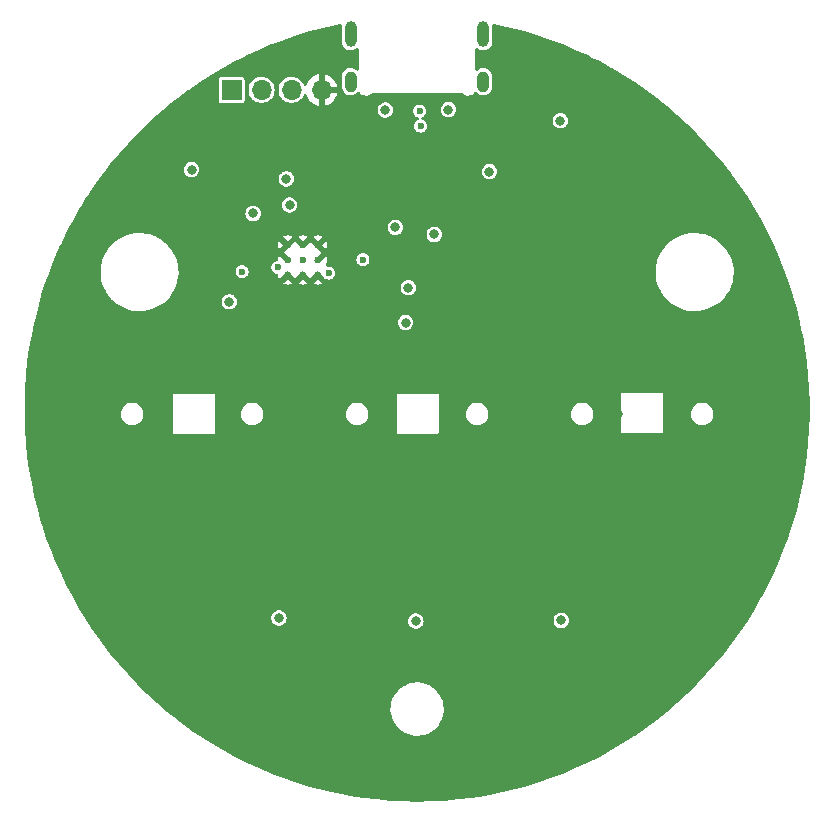
<source format=gbr>
%TF.GenerationSoftware,KiCad,Pcbnew,(7.0.0-0)*%
%TF.CreationDate,2023-04-23T13:29:19-05:00*%
%TF.ProjectId,RP2040,52503230-3430-42e6-9b69-6361645f7063,REV1*%
%TF.SameCoordinates,Original*%
%TF.FileFunction,Copper,L2,Inr*%
%TF.FilePolarity,Positive*%
%FSLAX46Y46*%
G04 Gerber Fmt 4.6, Leading zero omitted, Abs format (unit mm)*
G04 Created by KiCad (PCBNEW (7.0.0-0)) date 2023-04-23 13:29:19*
%MOMM*%
%LPD*%
G01*
G04 APERTURE LIST*
%TA.AperFunction,ComponentPad*%
%ADD10O,1.000000X1.800000*%
%TD*%
%TA.AperFunction,ComponentPad*%
%ADD11O,1.000000X2.200000*%
%TD*%
%TA.AperFunction,ComponentPad*%
%ADD12C,0.600000*%
%TD*%
%TA.AperFunction,ComponentPad*%
%ADD13R,1.700000X1.700000*%
%TD*%
%TA.AperFunction,ComponentPad*%
%ADD14O,1.700000X1.700000*%
%TD*%
%TA.AperFunction,ViaPad*%
%ADD15C,0.800000*%
%TD*%
%TA.AperFunction,ViaPad*%
%ADD16C,0.600000*%
%TD*%
G04 APERTURE END LIST*
D10*
%TO.N,unconnected-(P1-SHIELD-PadS1)*%
%TO.C,P1*%
X5619999Y28119999D03*
D11*
X5619999Y32119999D03*
D10*
X-5619999Y28119999D03*
D11*
X-5619999Y32119999D03*
%TD*%
D12*
%TO.N,GND*%
%TO.C,U3*%
X-8407662Y14297000D03*
X-9682662Y14297000D03*
X-10957662Y14297000D03*
X-8407662Y13022000D03*
X-9682662Y13022000D03*
X-10957662Y13022000D03*
X-8407662Y11747000D03*
X-9682662Y11747000D03*
X-10957662Y11747000D03*
%TD*%
D13*
%TO.N,+3V3*%
%TO.C,J1*%
X-15709999Y27419999D03*
D14*
%TO.N,SWCLK*%
X-13169999Y27419999D03*
%TO.N,SWDIO*%
X-10629999Y27419999D03*
%TO.N,GND*%
X-8089999Y27419999D03*
%TD*%
D15*
%TO.N,GND*%
X-3834000Y1294000D03*
X166000Y-30706000D03*
X-15834000Y-18706000D03*
X30166000Y11294000D03*
D16*
X-9415162Y17709500D03*
D15*
X16166000Y27294000D03*
X26166000Y-18706000D03*
X26166000Y5294000D03*
X12166000Y-28706000D03*
X-25834000Y7294000D03*
X-7834000Y-30706000D03*
X14166000Y29294000D03*
X18166000Y9294000D03*
X18166000Y15294000D03*
X7322500Y8765000D03*
D16*
X-13280000Y17779500D03*
D15*
X18166000Y-18706000D03*
X2166000Y5294000D03*
X-4120000Y25800000D03*
X-3270000Y24340000D03*
X12166000Y-6706000D03*
X32166000Y-2706000D03*
X-1834000Y-30706000D03*
X8166000Y31294000D03*
X18166000Y-6706000D03*
X-27834000Y7294000D03*
X-3834000Y-18706000D03*
X-19834000Y3294000D03*
X-17834000Y-24706000D03*
X-2110000Y0D03*
X16166000Y-18706000D03*
X14166000Y-6706000D03*
X-17288093Y17040000D03*
X10166000Y-6706000D03*
X6166000Y-22706000D03*
X26166000Y19294000D03*
X-15834000Y3294000D03*
X8060000Y9855000D03*
X-17834000Y-18706000D03*
X14166000Y-14706000D03*
X-11834000Y-28706000D03*
X4166000Y-16706000D03*
X-14157162Y15220000D03*
X20166000Y23294000D03*
X30166000Y-706000D03*
X14166000Y-28706000D03*
X24166000Y-20706000D03*
X24166000Y-8706000D03*
X20166000Y3294000D03*
X30166000Y-4706000D03*
X2450000Y860000D03*
X-13834000Y-8706000D03*
X20166000Y5294000D03*
X166000Y-12706000D03*
D16*
X-3408750Y8050000D03*
D15*
X30166000Y3294000D03*
X14166000Y-22706000D03*
X-20560000Y14850000D03*
X-21834000Y17294000D03*
X-11834000Y-4706000D03*
X4166000Y-30706000D03*
X12166000Y13294000D03*
X20166000Y-24706000D03*
X-9834000Y-18706000D03*
X-9834000Y-12706000D03*
X24166000Y7294000D03*
X20166000Y25294000D03*
X4166000Y-8706000D03*
X-15834000Y5294000D03*
X-21834000Y3294000D03*
X4781250Y14670000D03*
X-9834000Y-22706000D03*
X-15600000Y-2400000D03*
X8166000Y27294000D03*
X12166000Y27294000D03*
X-3834000Y5294000D03*
X2370000Y8992500D03*
X6485000Y7730000D03*
X-31834000Y-2706000D03*
X6166000Y-4706000D03*
X-11910000Y-20660000D03*
X5190531Y10667576D03*
X10020000Y8617500D03*
X-9834000Y-4706000D03*
X-5834000Y-4706000D03*
X-1834000Y-28706000D03*
X12166000Y-24706000D03*
X16166000Y25294000D03*
X10166000Y27294000D03*
X-25834000Y5294000D03*
X-7834000Y31294000D03*
X-22990000Y-8670000D03*
X-13834000Y-4706000D03*
X28166000Y-12706000D03*
X26166000Y-12706000D03*
X-16330000Y15420000D03*
X12937500Y10407500D03*
X-7834000Y-706000D03*
X4489898Y26525534D03*
X-3834000Y-30706000D03*
X-27834000Y3294000D03*
X-4520741Y26532318D03*
X4166000Y-18706000D03*
X-19834000Y-24706000D03*
X14166000Y23294000D03*
X32166000Y1294000D03*
X18140000Y-8540000D03*
X18166000Y13294000D03*
X-15834000Y17294000D03*
X17046000Y0D03*
X8166000Y-6706000D03*
X-7834000Y-28706000D03*
X-15030000Y20260000D03*
X4394000Y19990000D03*
X12166000Y-14706000D03*
X8166000Y-18706000D03*
X-11834000Y5294000D03*
X10166000Y-18706000D03*
X22166000Y21294000D03*
X2166000Y-30706000D03*
X-13834000Y-28706000D03*
X1470000Y18370000D03*
X9395000Y11792500D03*
X-31834000Y-706000D03*
X-9834000Y-6706000D03*
X10166000Y-706000D03*
X8166000Y-706000D03*
X12166000Y-4706000D03*
X16166000Y-12706000D03*
X-13834000Y5294000D03*
X4040000Y-7140000D03*
X-19834000Y-22706000D03*
X26166000Y-2706000D03*
X-15834000Y-26706000D03*
X0Y-20600000D03*
D16*
X-3432752Y9720262D03*
D15*
X16166000Y-22706000D03*
X-5834000Y5294000D03*
D16*
X-3095000Y15760000D03*
D15*
X21590000Y840000D03*
X-17834000Y3294000D03*
X-29834000Y-10706000D03*
X1900000Y22510000D03*
X-5834000Y-6706000D03*
X-1834000Y-18706000D03*
X-2613000Y22333000D03*
X-29834000Y-8706000D03*
X-27834000Y-10706000D03*
X-1650000Y21370000D03*
X14166000Y-4706000D03*
X16166000Y-16706000D03*
X8166000Y-4706000D03*
X20166000Y-12706000D03*
X22166000Y-10706000D03*
X22166000Y23294000D03*
X-13834000Y-22706000D03*
X-17834000Y-2706000D03*
X-18560000Y8570000D03*
X30166000Y-8706000D03*
X20166000Y-10706000D03*
X11760000Y-23190000D03*
X-13834000Y-18706000D03*
X9630000Y16810000D03*
X-7834000Y-20706000D03*
X16166000Y13294000D03*
X24166000Y3294000D03*
X-6865000Y-23165000D03*
X30166000Y1294000D03*
X-11834000Y-22706000D03*
X-19834000Y-6706000D03*
X6166000Y-30706000D03*
X-14985000Y-7210000D03*
X-19622360Y10920000D03*
X-7834000Y29294000D03*
X-890000Y-8640000D03*
X8166000Y-28706000D03*
X-17834000Y5294000D03*
X20166000Y15294000D03*
X26085000Y-16545000D03*
X-27834000Y1294000D03*
D16*
X-6427662Y6643824D03*
D15*
X-23834000Y-20706000D03*
X-7834000Y-16706000D03*
X16166000Y-14706000D03*
X-7834000Y-6706000D03*
X-27834000Y-14706000D03*
X12166000Y15294000D03*
X14166000Y-18706000D03*
X-4970000Y24970000D03*
X28166000Y-10706000D03*
X-19834000Y-2706000D03*
D16*
X-1982662Y13072000D03*
D15*
X16166000Y-20706000D03*
X2166000Y-12706000D03*
X26166000Y-6706000D03*
X166000Y-4706000D03*
X6166000Y-8706000D03*
X8166000Y-12706000D03*
X-11834000Y-706000D03*
X-31834000Y3294000D03*
X-9834000Y1294000D03*
X14166000Y-12706000D03*
X20166000Y21294000D03*
X18166000Y5294000D03*
X20166000Y9294000D03*
X30166000Y-2706000D03*
X32166000Y-706000D03*
X12166000Y29294000D03*
X-15270000Y8590000D03*
X-11834000Y-8706000D03*
X3800000Y25970000D03*
X10166000Y-12706000D03*
X-7834000Y1294000D03*
X8166000Y-24706000D03*
X2166000Y-18706000D03*
X166000Y5294000D03*
X22166000Y5294000D03*
X2166000Y-28706000D03*
X18166000Y11294000D03*
D16*
X-1765000Y9400000D03*
D15*
X-11834000Y-24706000D03*
X-12290000Y24820000D03*
X-27834000Y-706000D03*
X10166000Y29294000D03*
X-27834000Y-12706000D03*
X-5834000Y-30706000D03*
X16166000Y9294000D03*
X5950000Y26300000D03*
X-19834000Y5294000D03*
X-8970000Y24540000D03*
X-7834000Y-24706000D03*
D16*
X-3320000Y8820000D03*
D15*
X14166000Y15294000D03*
X12166000Y1294000D03*
X18166000Y-4706000D03*
X-27834000Y-4706000D03*
X8166000Y25294000D03*
X10166000Y1294000D03*
X-21834000Y-22706000D03*
X30166000Y5294000D03*
X18166000Y25294000D03*
X-13834000Y-12706000D03*
X-27834000Y5294000D03*
X4166000Y-12706000D03*
X18166000Y-12706000D03*
X30166000Y9294000D03*
X14166000Y17294000D03*
X30166000Y-10706000D03*
X12166000Y-12706000D03*
X-1834000Y5294000D03*
X10166000Y-4706000D03*
X14166000Y13294000D03*
X24166000Y21294000D03*
X8166000Y29294000D03*
X12166000Y-706000D03*
X-31834000Y-4706000D03*
X-21834000Y-20706000D03*
X-15925000Y25000D03*
X-27834000Y-2706000D03*
X8166000Y-8706000D03*
X-9834000Y31294000D03*
X-11834000Y-6706000D03*
X8166000Y1294000D03*
X-23834000Y-2706000D03*
X8166000Y-30706000D03*
X-9834000Y3294000D03*
X14166000Y-24706000D03*
X18166000Y-20706000D03*
X30166000Y-6706000D03*
X-1834000Y-12706000D03*
X12166000Y-8706000D03*
X10166000Y-8706000D03*
X-7834000Y-8706000D03*
X14166000Y5294000D03*
X-17260000Y24670000D03*
X4570000Y23140000D03*
X22166000Y-22706000D03*
X16166000Y11294000D03*
X-21200000Y-10000D03*
X166000Y-6706000D03*
X-23834000Y7294000D03*
X-12665000Y8000000D03*
X30166000Y7294000D03*
X-7834000Y-18706000D03*
X22166000Y3294000D03*
X-11834000Y-12706000D03*
X166000Y-28706000D03*
X-31834000Y1294000D03*
X18600000Y20890000D03*
X26166000Y7294000D03*
X-11834000Y1294000D03*
X-16460000Y12030000D03*
X-21834000Y-2706000D03*
X28166000Y-14706000D03*
X-19834000Y-4706000D03*
X-9834000Y-8706000D03*
X-25834000Y-12706000D03*
X12220000Y-20610000D03*
X16166000Y5294000D03*
X-16900000Y-15400000D03*
X-9834000Y29294000D03*
X4166000Y5294000D03*
X-3834000Y-12706000D03*
X6166000Y-6706000D03*
X-21230000Y19040000D03*
X-7834000Y-12706000D03*
X-6795000Y24580000D03*
X-31834000Y5294000D03*
X16166000Y15294000D03*
X32166000Y3294000D03*
X-7834000Y-4706000D03*
X23080000Y-7140000D03*
X-9834000Y-706000D03*
X14166000Y27294000D03*
X12166000Y5294000D03*
%TO.N,VBUS*%
X2650000Y25750000D03*
X-2690000Y25720000D03*
%TO.N,BUTT0*%
X-11695000Y-17285000D03*
%TO.N,+5V*%
X12120000Y24810000D03*
X6120000Y20500000D03*
D16*
%TO.N,USB_D+*%
X210000Y25640000D03*
X303779Y24365500D03*
D15*
%TO.N,LED_D*%
X-13880000Y16960000D03*
%TO.N,BUTT1*%
X-110000Y-17540000D03*
%TO.N,BUTT2*%
X12202500Y-17490000D03*
D16*
%TO.N,+1V1*%
X-14821915Y12031916D03*
X-7480000Y11920000D03*
X-11792662Y12384500D03*
X-4592147Y13058202D03*
D15*
%TO.N,+3V3*%
X-980000Y7720000D03*
X-750000Y10670000D03*
X-11080000Y19890000D03*
X1450000Y15180000D03*
X-10800000Y17680000D03*
X-1840000Y15780000D03*
%TO.N,Net-(R7-Pad1)*%
X-19100000Y20670000D03*
%TO.N,Net-(U3-RUN)*%
X-15900000Y9480000D03*
%TD*%
%TA.AperFunction,Conductor*%
%TO.N,GND*%
G36*
X6841630Y32928140D02*
G01*
X6845759Y32927271D01*
X7960111Y32672643D01*
X7964226Y32671628D01*
X8751743Y32462838D01*
X9069137Y32378689D01*
X9073255Y32377521D01*
X10167407Y32046620D01*
X10171414Y32045332D01*
X11224882Y31686608D01*
X11253456Y31676878D01*
X11257486Y31675429D01*
X12326207Y31269835D01*
X12330144Y31268262D01*
X13384220Y30826029D01*
X13388064Y30824338D01*
X14426311Y30345960D01*
X14430094Y30344137D01*
X14803122Y30156392D01*
X15451127Y29830252D01*
X15454916Y29828263D01*
X15892438Y29588788D01*
X16457623Y29279437D01*
X16461324Y29277328D01*
X17177913Y28852326D01*
X17444483Y28694226D01*
X17448126Y28691979D01*
X18410552Y28075307D01*
X18414115Y28072936D01*
X19354666Y27423429D01*
X19358146Y27420937D01*
X20275767Y26739320D01*
X20279159Y26736708D01*
X20802101Y26319500D01*
X21169759Y26026179D01*
X21172670Y26023857D01*
X21175969Y26021131D01*
X22044372Y25277844D01*
X22047575Y25275005D01*
X22889784Y24502211D01*
X22892888Y24499263D01*
X23128870Y24267229D01*
X23575460Y23828109D01*
X23707950Y23697836D01*
X23710949Y23694782D01*
X24497838Y22865731D01*
X24500731Y22862577D01*
X25258556Y22006841D01*
X25261338Y22003588D01*
X25989171Y21122215D01*
X25991839Y21118868D01*
X26228919Y20810700D01*
X26580937Y20353130D01*
X26688818Y20212902D01*
X26691361Y20209476D01*
X26947736Y19851295D01*
X27356664Y19279984D01*
X27359095Y19276461D01*
X27991918Y18324567D01*
X27994226Y18320962D01*
X28333528Y17770259D01*
X28593830Y17347775D01*
X28596006Y17344103D01*
X29161653Y16350824D01*
X29163706Y16347069D01*
X29694728Y15334872D01*
X29696651Y15331048D01*
X30192427Y14301117D01*
X30194217Y14297229D01*
X30654163Y13250774D01*
X30655817Y13246826D01*
X31079359Y12185156D01*
X31080874Y12181158D01*
X31082863Y12175625D01*
X31467521Y11105504D01*
X31468899Y11101451D01*
X31818204Y10013054D01*
X31819442Y10008957D01*
X32130968Y8909177D01*
X32132063Y8905039D01*
X32405441Y7795178D01*
X32406393Y7791005D01*
X32535286Y7177229D01*
X32638294Y6686710D01*
X32641312Y6672341D01*
X32642119Y6668137D01*
X32838281Y5542069D01*
X32838943Y5537841D01*
X32996131Y4405625D01*
X32996646Y4401376D01*
X33114658Y3264467D01*
X33115027Y3260202D01*
X33193733Y2119848D01*
X33193954Y2115574D01*
X33233256Y973190D01*
X33233329Y968910D01*
X33233180Y-174117D01*
X33233106Y-178397D01*
X33193506Y-1320801D01*
X33193283Y-1325075D01*
X33114284Y-2465347D01*
X33113915Y-2469612D01*
X32995602Y-3606525D01*
X32995086Y-3610774D01*
X32837604Y-4742945D01*
X32836941Y-4747173D01*
X32640481Y-5873218D01*
X32639672Y-5877422D01*
X32404473Y-6995975D01*
X32403521Y-7000147D01*
X32129841Y-8109985D01*
X32128744Y-8114123D01*
X31816940Y-9213795D01*
X31815702Y-9217892D01*
X31466110Y-10306207D01*
X31464730Y-10310259D01*
X31077808Y-11385799D01*
X31076290Y-11389801D01*
X30652468Y-12451370D01*
X30650813Y-12455317D01*
X30190599Y-13501643D01*
X30188808Y-13505531D01*
X29692764Y-14535332D01*
X29690840Y-14539156D01*
X29159548Y-15551226D01*
X29157494Y-15554980D01*
X28591589Y-16548112D01*
X28589406Y-16551794D01*
X27989553Y-17524814D01*
X27987244Y-17528418D01*
X27354183Y-18480134D01*
X27351751Y-18483657D01*
X26686203Y-19412978D01*
X26683651Y-19416414D01*
X25986449Y-20322183D01*
X25983780Y-20325530D01*
X25255719Y-21206712D01*
X25252937Y-21209964D01*
X24494874Y-22065520D01*
X24491980Y-22068674D01*
X23704862Y-22897534D01*
X23701861Y-22900586D01*
X22886618Y-23701772D01*
X22883514Y-23704719D01*
X22041106Y-24477293D01*
X22037902Y-24480132D01*
X21169289Y-25223207D01*
X21165989Y-25225932D01*
X20272306Y-25938538D01*
X20268914Y-25941149D01*
X19351134Y-26622514D01*
X19347654Y-26625006D01*
X18406901Y-27274291D01*
X18403337Y-27276661D01*
X17440729Y-27893096D01*
X17437085Y-27895341D01*
X16453819Y-28478159D01*
X16450100Y-28480278D01*
X15447268Y-29028834D01*
X15443478Y-29030823D01*
X14422314Y-29544440D01*
X14418457Y-29546297D01*
X13380194Y-30024354D01*
X13376276Y-30026077D01*
X12322102Y-30468028D01*
X12318127Y-30469614D01*
X11249369Y-30874904D01*
X11245341Y-30876353D01*
X10163175Y-31244534D01*
X10159099Y-31245842D01*
X9064922Y-31576440D01*
X9060804Y-31577607D01*
X7955871Y-31870243D01*
X7951715Y-31871268D01*
X6837299Y-32125605D01*
X6833111Y-32126485D01*
X5710598Y-32342204D01*
X5706381Y-32342939D01*
X4577094Y-32519788D01*
X4572854Y-32520377D01*
X3438160Y-32658143D01*
X3433903Y-32658586D01*
X2295084Y-32757111D01*
X2290814Y-32757406D01*
X1149312Y-32816566D01*
X1145034Y-32816714D01*
X2148Y-32836443D01*
X-2132Y-32836443D01*
X-1145019Y-32816714D01*
X-1149297Y-32816566D01*
X-2290799Y-32757407D01*
X-2295069Y-32757112D01*
X-3433888Y-32658587D01*
X-3438145Y-32658144D01*
X-4572839Y-32520378D01*
X-4577079Y-32519789D01*
X-5706371Y-32342940D01*
X-5710580Y-32342206D01*
X-6360149Y-32217375D01*
X-6833090Y-32126488D01*
X-6837278Y-32125608D01*
X-7951700Y-31871270D01*
X-7955856Y-31870245D01*
X-9060789Y-31577609D01*
X-9064907Y-31576442D01*
X-10159084Y-31245845D01*
X-10163160Y-31244537D01*
X-11245326Y-30876356D01*
X-11249354Y-30874907D01*
X-12318113Y-30469617D01*
X-12322088Y-30468031D01*
X-13376262Y-30026080D01*
X-13380180Y-30024357D01*
X-14418442Y-29546300D01*
X-14422299Y-29544443D01*
X-15443464Y-29030827D01*
X-15447254Y-29028838D01*
X-16450086Y-28480282D01*
X-16453805Y-28478163D01*
X-17437071Y-27895345D01*
X-17440715Y-27893100D01*
X-18403323Y-27276665D01*
X-18406887Y-27274295D01*
X-19188589Y-26734784D01*
X-19347647Y-26625006D01*
X-19351120Y-26622519D01*
X-19424513Y-26568032D01*
X-20081591Y-26080214D01*
X-20268901Y-25941154D01*
X-20272293Y-25938543D01*
X-21165976Y-25225937D01*
X-21169276Y-25223212D01*
X-21342096Y-25075369D01*
X-2254277Y-25075369D01*
X-2253863Y-25079490D01*
X-2253862Y-25079501D01*
X-2224534Y-25371034D01*
X-2224533Y-25371044D01*
X-2224118Y-25375162D01*
X-2154269Y-25668261D01*
X-2045977Y-25949434D01*
X-2043993Y-25953055D01*
X-2043987Y-25953067D01*
X-1974308Y-26080214D01*
X-1901175Y-26213665D01*
X-1898719Y-26216998D01*
X-1898716Y-26217003D01*
X-1807278Y-26341103D01*
X-1722446Y-26456238D01*
X-1512980Y-26672824D01*
X-1393263Y-26767363D01*
X-1279770Y-26856988D01*
X-1279766Y-26856990D01*
X-1276515Y-26859558D01*
X-1017270Y-27013109D01*
X-1013466Y-27014722D01*
X-1013462Y-27014724D01*
X-908422Y-27059264D01*
X-739872Y-27130736D01*
X-449271Y-27210340D01*
X-150653Y-27250500D01*
X73162Y-27250500D01*
X75244Y-27250500D01*
X300634Y-27235412D01*
X595903Y-27175396D01*
X880537Y-27076560D01*
X1149459Y-26940668D01*
X1397869Y-26770144D01*
X1621333Y-26568032D01*
X1815865Y-26337939D01*
X1977993Y-26083970D01*
X2104823Y-25810658D01*
X2194093Y-25522879D01*
X2244209Y-25225770D01*
X2254277Y-24924631D01*
X2224118Y-24624838D01*
X2154269Y-24331739D01*
X2045977Y-24050566D01*
X1901175Y-23786335D01*
X1722446Y-23543762D01*
X1512980Y-23327176D01*
X1386770Y-23227509D01*
X1279769Y-23143011D01*
X1279762Y-23143006D01*
X1276515Y-23140442D01*
X1272954Y-23138332D01*
X1272947Y-23138328D01*
X1020831Y-22989000D01*
X1020828Y-22988998D01*
X1017270Y-22986891D01*
X1013471Y-22985280D01*
X1013461Y-22985275D01*
X743681Y-22870879D01*
X743678Y-22870878D01*
X739872Y-22869264D01*
X735885Y-22868172D01*
X735877Y-22868169D01*
X453278Y-22790757D01*
X453269Y-22790755D01*
X449271Y-22789660D01*
X445164Y-22789107D01*
X445156Y-22789106D01*
X154754Y-22750051D01*
X154746Y-22750050D01*
X150653Y-22749500D01*
X-75244Y-22749500D01*
X-77318Y-22749638D01*
X-77323Y-22749639D01*
X-296502Y-22764311D01*
X-296508Y-22764311D01*
X-300634Y-22764588D01*
X-304691Y-22765412D01*
X-304694Y-22765413D01*
X-591835Y-22823777D01*
X-591838Y-22823777D01*
X-595903Y-22824604D01*
X-599817Y-22825963D01*
X-599824Y-22825965D01*
X-876625Y-22922081D01*
X-876633Y-22922084D01*
X-880537Y-22923440D01*
X-884229Y-22925305D01*
X-884237Y-22925309D01*
X-1145758Y-23057461D01*
X-1145768Y-23057466D01*
X-1149459Y-23059332D01*
X-1152870Y-23061672D01*
X-1152876Y-23061677D01*
X-1394452Y-23227509D01*
X-1394466Y-23227519D01*
X-1397869Y-23229856D01*
X-1400934Y-23232627D01*
X-1400944Y-23232636D01*
X-1618259Y-23429187D01*
X-1618265Y-23429192D01*
X-1621333Y-23431968D01*
X-1624002Y-23435123D01*
X-1624009Y-23435132D01*
X-1813190Y-23658896D01*
X-1813196Y-23658903D01*
X-1815865Y-23662061D01*
X-1818088Y-23665542D01*
X-1818096Y-23665554D01*
X-1975767Y-23912542D01*
X-1975771Y-23912549D01*
X-1977993Y-23916030D01*
X-1979733Y-23919779D01*
X-1979736Y-23919785D01*
X-2103078Y-24185580D01*
X-2103082Y-24185589D01*
X-2104823Y-24189342D01*
X-2106049Y-24193291D01*
X-2106051Y-24193299D01*
X-2192866Y-24473165D01*
X-2194093Y-24477121D01*
X-2194782Y-24481199D01*
X-2194782Y-24481204D01*
X-2219010Y-24624838D01*
X-2244209Y-24774230D01*
X-2244347Y-24778353D01*
X-2244348Y-24778365D01*
X-2254139Y-25071222D01*
X-2254139Y-25071231D01*
X-2254277Y-25075369D01*
X-21342096Y-25075369D01*
X-22037889Y-24480137D01*
X-22041093Y-24477298D01*
X-22883487Y-23704739D01*
X-22886592Y-23701792D01*
X-23270394Y-23324607D01*
X-23701871Y-22900569D01*
X-23704863Y-22897525D01*
X-23731701Y-22869264D01*
X-24491977Y-22068670D01*
X-24494862Y-22065525D01*
X-25252925Y-21209970D01*
X-25255707Y-21206718D01*
X-25983768Y-20325537D01*
X-25986437Y-20322190D01*
X-26683640Y-19416420D01*
X-26686192Y-19412984D01*
X-26874157Y-19150524D01*
X-27351743Y-18483657D01*
X-27354162Y-18480154D01*
X-27571981Y-18152696D01*
X-27987243Y-17528410D01*
X-27989551Y-17524807D01*
X-28036388Y-17448832D01*
X-28137388Y-17285000D01*
X-12350278Y-17285000D01*
X-12349374Y-17292445D01*
X-12332142Y-17434370D01*
X-12332141Y-17434375D01*
X-12331237Y-17441818D01*
X-12328578Y-17448831D01*
X-12328577Y-17448832D01*
X-12298397Y-17528412D01*
X-12275220Y-17589523D01*
X-12185483Y-17719530D01*
X-12179874Y-17724499D01*
X-12179873Y-17724500D01*
X-12100833Y-17794523D01*
X-12067240Y-17824283D01*
X-11927365Y-17897696D01*
X-11843530Y-17918359D01*
X-11798329Y-17929500D01*
X-11773985Y-17935500D01*
X-11623515Y-17935500D01*
X-11616015Y-17935500D01*
X-11462635Y-17897696D01*
X-11322760Y-17824283D01*
X-11204517Y-17719530D01*
X-11114780Y-17589523D01*
X-11095998Y-17540000D01*
X-765278Y-17540000D01*
X-764374Y-17547445D01*
X-747142Y-17689370D01*
X-747141Y-17689375D01*
X-746237Y-17696818D01*
X-743578Y-17703831D01*
X-743577Y-17703832D01*
X-696574Y-17827771D01*
X-690220Y-17844523D01*
X-685957Y-17850699D01*
X-627424Y-17935500D01*
X-600483Y-17974530D01*
X-482240Y-18079283D01*
X-342365Y-18152696D01*
X-188985Y-18190500D01*
X-38515Y-18190500D01*
X-31015Y-18190500D01*
X122365Y-18152696D01*
X262240Y-18079283D01*
X380483Y-17974530D01*
X470220Y-17844523D01*
X526237Y-17696818D01*
X545278Y-17540000D01*
X539207Y-17490000D01*
X11547222Y-17490000D01*
X11548126Y-17497445D01*
X11565358Y-17639370D01*
X11565359Y-17639375D01*
X11566263Y-17646818D01*
X11568922Y-17653831D01*
X11568923Y-17653832D01*
X11591498Y-17713359D01*
X11622280Y-17794523D01*
X11626543Y-17800699D01*
X11691088Y-17894210D01*
X11712017Y-17924530D01*
X11830260Y-18029283D01*
X11970135Y-18102696D01*
X12123515Y-18140500D01*
X12273985Y-18140500D01*
X12281485Y-18140500D01*
X12434865Y-18102696D01*
X12574740Y-18029283D01*
X12692983Y-17924530D01*
X12782720Y-17794523D01*
X12838737Y-17646818D01*
X12857778Y-17490000D01*
X12838737Y-17333182D01*
X12782720Y-17185477D01*
X12692983Y-17055470D01*
X12616253Y-16987494D01*
X12580356Y-16955692D01*
X12580354Y-16955690D01*
X12574740Y-16950717D01*
X12568095Y-16947229D01*
X12568093Y-16947228D01*
X12441506Y-16880789D01*
X12441502Y-16880787D01*
X12434865Y-16877304D01*
X12427587Y-16875510D01*
X12427584Y-16875509D01*
X12288767Y-16841294D01*
X12288760Y-16841293D01*
X12281485Y-16839500D01*
X12123515Y-16839500D01*
X12116240Y-16841292D01*
X12116232Y-16841294D01*
X11977415Y-16875509D01*
X11977409Y-16875510D01*
X11970135Y-16877304D01*
X11963500Y-16880786D01*
X11963493Y-16880789D01*
X11836906Y-16947228D01*
X11836900Y-16947231D01*
X11830260Y-16950717D01*
X11824648Y-16955687D01*
X11824643Y-16955692D01*
X11717627Y-17050499D01*
X11717622Y-17050503D01*
X11712017Y-17055470D01*
X11707762Y-17061634D01*
X11707757Y-17061640D01*
X11626543Y-17179300D01*
X11626540Y-17179303D01*
X11622280Y-17185477D01*
X11619620Y-17192488D01*
X11619618Y-17192494D01*
X11581712Y-17292445D01*
X11566263Y-17333182D01*
X11565359Y-17340622D01*
X11565358Y-17340629D01*
X11548570Y-17478896D01*
X11547222Y-17490000D01*
X539207Y-17490000D01*
X526237Y-17383182D01*
X470220Y-17235477D01*
X380483Y-17105470D01*
X262240Y-17000717D01*
X255595Y-16997229D01*
X255593Y-16997228D01*
X129006Y-16930789D01*
X129002Y-16930787D01*
X122365Y-16927304D01*
X115087Y-16925510D01*
X115084Y-16925509D01*
X-23733Y-16891294D01*
X-23740Y-16891293D01*
X-31015Y-16889500D01*
X-188985Y-16889500D01*
X-196260Y-16891292D01*
X-196268Y-16891294D01*
X-335085Y-16925509D01*
X-335091Y-16925510D01*
X-342365Y-16927304D01*
X-349000Y-16930786D01*
X-349007Y-16930789D01*
X-475594Y-16997228D01*
X-475600Y-16997231D01*
X-482240Y-17000717D01*
X-487852Y-17005687D01*
X-487857Y-17005692D01*
X-594873Y-17100499D01*
X-594878Y-17100503D01*
X-600483Y-17105470D01*
X-604738Y-17111634D01*
X-604743Y-17111640D01*
X-685957Y-17229300D01*
X-685960Y-17229303D01*
X-690220Y-17235477D01*
X-692880Y-17242488D01*
X-692882Y-17242494D01*
X-727275Y-17333182D01*
X-746237Y-17383182D01*
X-747141Y-17390622D01*
X-747142Y-17390629D01*
X-758303Y-17482555D01*
X-765278Y-17540000D01*
X-11095998Y-17540000D01*
X-11058763Y-17441818D01*
X-11039722Y-17285000D01*
X-11058763Y-17128182D01*
X-11114780Y-16980477D01*
X-11204517Y-16850470D01*
X-11322760Y-16745717D01*
X-11329405Y-16742229D01*
X-11329407Y-16742228D01*
X-11455994Y-16675789D01*
X-11455998Y-16675787D01*
X-11462635Y-16672304D01*
X-11469913Y-16670510D01*
X-11469916Y-16670509D01*
X-11608733Y-16636294D01*
X-11608740Y-16636293D01*
X-11616015Y-16634500D01*
X-11773985Y-16634500D01*
X-11781260Y-16636292D01*
X-11781268Y-16636294D01*
X-11920085Y-16670509D01*
X-11920091Y-16670510D01*
X-11927365Y-16672304D01*
X-11934000Y-16675786D01*
X-11934007Y-16675789D01*
X-12060594Y-16742228D01*
X-12060600Y-16742231D01*
X-12067240Y-16745717D01*
X-12072852Y-16750687D01*
X-12072857Y-16750692D01*
X-12179873Y-16845499D01*
X-12179878Y-16845503D01*
X-12185483Y-16850470D01*
X-12189738Y-16856634D01*
X-12189743Y-16856640D01*
X-12270957Y-16974300D01*
X-12270960Y-16974303D01*
X-12275220Y-16980477D01*
X-12277880Y-16987488D01*
X-12277882Y-16987494D01*
X-12328577Y-17121167D01*
X-12331237Y-17128182D01*
X-12332141Y-17135622D01*
X-12332142Y-17135629D01*
X-12337444Y-17179300D01*
X-12350278Y-17285000D01*
X-28137388Y-17285000D01*
X-28589405Y-16551784D01*
X-28591578Y-16548119D01*
X-29157483Y-15554987D01*
X-29159537Y-15551233D01*
X-29690829Y-14539163D01*
X-29692753Y-14535339D01*
X-30188797Y-13505539D01*
X-30190588Y-13501651D01*
X-30190592Y-13501643D01*
X-30650803Y-12455325D01*
X-30652458Y-12451378D01*
X-31033415Y-11497174D01*
X-31076286Y-11389794D01*
X-31077798Y-11385807D01*
X-31464721Y-10310266D01*
X-31466101Y-10306214D01*
X-31786567Y-9308568D01*
X-31815700Y-9217875D01*
X-31816930Y-9213803D01*
X-31816932Y-9213795D01*
X-32128743Y-8114103D01*
X-32129825Y-8110021D01*
X-32403516Y-7000141D01*
X-32404464Y-6995983D01*
X-32639668Y-5877404D01*
X-32640472Y-5873226D01*
X-32836933Y-4747181D01*
X-32837596Y-4742953D01*
X-32995078Y-3610782D01*
X-32995594Y-3606533D01*
X-32995595Y-3606525D01*
X-33113912Y-2469569D01*
X-33114272Y-2465407D01*
X-33193278Y-1325037D01*
X-33193496Y-1320854D01*
X-33233100Y-178364D01*
X-33233173Y-174166D01*
X-33233189Y-48390D01*
X-25084176Y-48390D01*
X-25083225Y-54602D01*
X-25083224Y-54608D01*
X-25055856Y-233259D01*
X-25055854Y-233267D01*
X-25054903Y-239474D01*
X-25052722Y-245364D01*
X-25052720Y-245370D01*
X-25022960Y-325722D01*
X-24987764Y-420753D01*
X-24984438Y-426089D01*
X-24984436Y-426093D01*
X-24931919Y-510350D01*
X-24885509Y-584807D01*
X-24752323Y-724919D01*
X-24593658Y-835353D01*
X-24416012Y-911587D01*
X-24226656Y-950500D01*
X-24084936Y-950500D01*
X-24081794Y-950500D01*
X-23937679Y-935845D01*
X-23753232Y-877974D01*
X-23584209Y-784159D01*
X-23437532Y-658240D01*
X-23319204Y-505373D01*
X-23234070Y-331816D01*
X-23185615Y-144674D01*
X-23175824Y48390D01*
X-23205097Y239474D01*
X-23272236Y420753D01*
X-23324980Y505373D01*
X-23371165Y579471D01*
X-23371166Y579472D01*
X-23374491Y584807D01*
X-23507677Y724919D01*
X-23666342Y835353D01*
X-23672116Y837831D01*
X-23672118Y837832D01*
X-23838214Y909109D01*
X-23838213Y909109D01*
X-23843988Y911587D01*
X-23850142Y912852D01*
X-23850143Y912852D01*
X-24027186Y949235D01*
X-24027191Y949236D01*
X-24033344Y950500D01*
X-24178206Y950500D01*
X-24181317Y950184D01*
X-24181330Y950183D01*
X-24316069Y936481D01*
X-24316072Y936481D01*
X-24322321Y935845D01*
X-24328319Y933964D01*
X-24328320Y933963D01*
X-24500765Y879858D01*
X-24500770Y879857D01*
X-24506768Y877974D01*
X-24512264Y874924D01*
X-24512270Y874921D01*
X-24670292Y787212D01*
X-24670298Y787208D01*
X-24675791Y784159D01*
X-24680556Y780070D01*
X-24680561Y780065D01*
X-24817700Y662334D01*
X-24817705Y662330D01*
X-24822468Y658240D01*
X-24826311Y653276D01*
X-24826318Y653268D01*
X-24936943Y510351D01*
X-24940796Y505373D01*
X-24943564Y499732D01*
X-24943568Y499724D01*
X-25023160Y337464D01*
X-25025930Y331816D01*
X-25027507Y325727D01*
X-25027508Y325723D01*
X-25051448Y233260D01*
X-25074385Y144674D01*
X-25074704Y138394D01*
X-25074704Y138390D01*
X-25083858Y-42108D01*
X-25083858Y-42113D01*
X-25084176Y-48390D01*
X-33233189Y-48390D01*
X-33233322Y968919D01*
X-33233249Y973182D01*
X-33208932Y1680000D01*
X-20630000Y1680000D01*
X-20630000Y-1650000D01*
X-20560000Y-1720000D01*
X-17232211Y-1720000D01*
X-17220000Y-1720000D01*
X-17110000Y-1610000D01*
X-17110000Y-48390D01*
X-14924176Y-48390D01*
X-14923225Y-54602D01*
X-14923224Y-54608D01*
X-14895856Y-233259D01*
X-14895854Y-233267D01*
X-14894903Y-239474D01*
X-14892722Y-245364D01*
X-14892720Y-245370D01*
X-14862960Y-325722D01*
X-14827764Y-420753D01*
X-14824438Y-426089D01*
X-14824436Y-426093D01*
X-14771919Y-510350D01*
X-14725509Y-584807D01*
X-14592323Y-724919D01*
X-14433658Y-835353D01*
X-14256012Y-911587D01*
X-14066656Y-950500D01*
X-13924936Y-950500D01*
X-13921794Y-950500D01*
X-13777679Y-935845D01*
X-13593232Y-877974D01*
X-13424209Y-784159D01*
X-13277532Y-658240D01*
X-13159204Y-505373D01*
X-13074070Y-331816D01*
X-13025615Y-144674D01*
X-13020732Y-48390D01*
X-6034176Y-48390D01*
X-6033225Y-54602D01*
X-6033224Y-54608D01*
X-6005856Y-233259D01*
X-6005854Y-233267D01*
X-6004903Y-239474D01*
X-6002722Y-245364D01*
X-6002720Y-245370D01*
X-5972960Y-325722D01*
X-5937764Y-420753D01*
X-5934438Y-426089D01*
X-5934436Y-426093D01*
X-5881919Y-510350D01*
X-5835509Y-584807D01*
X-5702323Y-724919D01*
X-5543658Y-835353D01*
X-5366012Y-911587D01*
X-5176656Y-950500D01*
X-5034936Y-950500D01*
X-5031794Y-950500D01*
X-4887679Y-935845D01*
X-4703232Y-877974D01*
X-4534209Y-784159D01*
X-4387532Y-658240D01*
X-4269204Y-505373D01*
X-4184070Y-331816D01*
X-4135615Y-144674D01*
X-4125824Y48390D01*
X-4155097Y239474D01*
X-4222236Y420753D01*
X-4274980Y505373D01*
X-4321165Y579471D01*
X-4321166Y579472D01*
X-4324491Y584807D01*
X-4457677Y724919D01*
X-4616342Y835353D01*
X-4622116Y837831D01*
X-4622118Y837832D01*
X-4788214Y909109D01*
X-4788213Y909109D01*
X-4793988Y911587D01*
X-4800142Y912852D01*
X-4800143Y912852D01*
X-4977186Y949235D01*
X-4977191Y949236D01*
X-4983344Y950500D01*
X-5128206Y950500D01*
X-5131317Y950184D01*
X-5131330Y950183D01*
X-5266069Y936481D01*
X-5266072Y936481D01*
X-5272321Y935845D01*
X-5278319Y933964D01*
X-5278320Y933963D01*
X-5450765Y879858D01*
X-5450770Y879857D01*
X-5456768Y877974D01*
X-5462264Y874924D01*
X-5462270Y874921D01*
X-5620292Y787212D01*
X-5620298Y787208D01*
X-5625791Y784159D01*
X-5630556Y780070D01*
X-5630561Y780065D01*
X-5767700Y662334D01*
X-5767705Y662330D01*
X-5772468Y658240D01*
X-5776311Y653276D01*
X-5776318Y653268D01*
X-5886943Y510351D01*
X-5890796Y505373D01*
X-5893564Y499732D01*
X-5893568Y499724D01*
X-5973160Y337464D01*
X-5975930Y331816D01*
X-5977507Y325727D01*
X-5977508Y325723D01*
X-6001448Y233260D01*
X-6024385Y144674D01*
X-6024704Y138394D01*
X-6024704Y138390D01*
X-6033858Y-42108D01*
X-6033858Y-42113D01*
X-6034176Y-48390D01*
X-13020732Y-48390D01*
X-13015824Y48390D01*
X-13045097Y239474D01*
X-13112236Y420753D01*
X-13164980Y505373D01*
X-13211165Y579471D01*
X-13211166Y579472D01*
X-13214491Y584807D01*
X-13347677Y724919D01*
X-13506342Y835353D01*
X-13512116Y837831D01*
X-13512118Y837832D01*
X-13678214Y909109D01*
X-13678213Y909109D01*
X-13683988Y911587D01*
X-13690142Y912852D01*
X-13690143Y912852D01*
X-13867186Y949235D01*
X-13867191Y949236D01*
X-13873344Y950500D01*
X-14018206Y950500D01*
X-14021317Y950184D01*
X-14021330Y950183D01*
X-14156069Y936481D01*
X-14156072Y936481D01*
X-14162321Y935845D01*
X-14168319Y933964D01*
X-14168320Y933963D01*
X-14340765Y879858D01*
X-14340770Y879857D01*
X-14346768Y877974D01*
X-14352264Y874924D01*
X-14352270Y874921D01*
X-14510292Y787212D01*
X-14510298Y787208D01*
X-14515791Y784159D01*
X-14520556Y780070D01*
X-14520561Y780065D01*
X-14657700Y662334D01*
X-14657705Y662330D01*
X-14662468Y658240D01*
X-14666311Y653276D01*
X-14666318Y653268D01*
X-14776943Y510351D01*
X-14780796Y505373D01*
X-14783564Y499732D01*
X-14783568Y499724D01*
X-14863160Y337464D01*
X-14865930Y331816D01*
X-14867507Y325727D01*
X-14867508Y325723D01*
X-14891448Y233260D01*
X-14914385Y144674D01*
X-14914704Y138394D01*
X-14914704Y138390D01*
X-14923858Y-42108D01*
X-14923858Y-42113D01*
X-14924176Y-48390D01*
X-17110000Y-48390D01*
X-17110000Y1670000D01*
X-17120000Y1680000D01*
X-20630000Y1680000D01*
X-33208932Y1680000D01*
X-33207900Y1710000D01*
X-1690000Y1710000D01*
X-1690000Y-1620000D01*
X-1620000Y-1690000D01*
X1707789Y-1690000D01*
X1720000Y-1690000D01*
X1830000Y-1580000D01*
X1830000Y-48390D01*
X4125824Y-48390D01*
X4126775Y-54602D01*
X4126776Y-54608D01*
X4154144Y-233259D01*
X4154146Y-233267D01*
X4155097Y-239474D01*
X4157278Y-245364D01*
X4157280Y-245370D01*
X4187040Y-325722D01*
X4222236Y-420753D01*
X4225562Y-426089D01*
X4225564Y-426093D01*
X4278081Y-510350D01*
X4324491Y-584807D01*
X4457677Y-724919D01*
X4616342Y-835353D01*
X4793988Y-911587D01*
X4983344Y-950500D01*
X5125064Y-950500D01*
X5128206Y-950500D01*
X5272321Y-935845D01*
X5456768Y-877974D01*
X5625791Y-784159D01*
X5772468Y-658240D01*
X5890796Y-505373D01*
X5975930Y-331816D01*
X6024385Y-144674D01*
X6029268Y-48390D01*
X13015824Y-48390D01*
X13016775Y-54602D01*
X13016776Y-54608D01*
X13044144Y-233259D01*
X13044146Y-233267D01*
X13045097Y-239474D01*
X13047278Y-245364D01*
X13047280Y-245370D01*
X13077040Y-325722D01*
X13112236Y-420753D01*
X13115562Y-426089D01*
X13115564Y-426093D01*
X13168081Y-510350D01*
X13214491Y-584807D01*
X13347677Y-724919D01*
X13506342Y-835353D01*
X13683988Y-911587D01*
X13873344Y-950500D01*
X14015064Y-950500D01*
X14018206Y-950500D01*
X14162321Y-935845D01*
X14346768Y-877974D01*
X14515791Y-784159D01*
X14662468Y-658240D01*
X14780796Y-505373D01*
X14865930Y-331816D01*
X14914385Y-144674D01*
X14924176Y48390D01*
X14894903Y239474D01*
X14827764Y420753D01*
X14775020Y505373D01*
X14728835Y579471D01*
X14728834Y579472D01*
X14725509Y584807D01*
X14592323Y724919D01*
X14433658Y835353D01*
X14427884Y837831D01*
X14427882Y837832D01*
X14261786Y909109D01*
X14261787Y909109D01*
X14256012Y911587D01*
X14249858Y912852D01*
X14249857Y912852D01*
X14072814Y949235D01*
X14072809Y949236D01*
X14066656Y950500D01*
X13921794Y950500D01*
X13918683Y950184D01*
X13918670Y950183D01*
X13783931Y936481D01*
X13783928Y936481D01*
X13777679Y935845D01*
X13771681Y933964D01*
X13771680Y933963D01*
X13599235Y879858D01*
X13599230Y879857D01*
X13593232Y877974D01*
X13587736Y874924D01*
X13587730Y874921D01*
X13429708Y787212D01*
X13429702Y787208D01*
X13424209Y784159D01*
X13419444Y780070D01*
X13419439Y780065D01*
X13282300Y662334D01*
X13282295Y662330D01*
X13277532Y658240D01*
X13273689Y653276D01*
X13273682Y653268D01*
X13163057Y510351D01*
X13159204Y505373D01*
X13156436Y499732D01*
X13156432Y499724D01*
X13076840Y337464D01*
X13074070Y331816D01*
X13072493Y325727D01*
X13072492Y325723D01*
X13048552Y233260D01*
X13025615Y144674D01*
X13025296Y138394D01*
X13025296Y138390D01*
X13016142Y-42108D01*
X13016142Y-42113D01*
X13015824Y-48390D01*
X6029268Y-48390D01*
X6034176Y48390D01*
X6004903Y239474D01*
X5937764Y420753D01*
X5885020Y505373D01*
X5838835Y579471D01*
X5838834Y579472D01*
X5835509Y584807D01*
X5702323Y724919D01*
X5543658Y835353D01*
X5537884Y837831D01*
X5537882Y837832D01*
X5371786Y909109D01*
X5371787Y909109D01*
X5366012Y911587D01*
X5359858Y912852D01*
X5359857Y912852D01*
X5182814Y949235D01*
X5182809Y949236D01*
X5176656Y950500D01*
X5031794Y950500D01*
X5028683Y950184D01*
X5028670Y950183D01*
X4893931Y936481D01*
X4893928Y936481D01*
X4887679Y935845D01*
X4881681Y933964D01*
X4881680Y933963D01*
X4709235Y879858D01*
X4709230Y879857D01*
X4703232Y877974D01*
X4697736Y874924D01*
X4697730Y874921D01*
X4539708Y787212D01*
X4539702Y787208D01*
X4534209Y784159D01*
X4529444Y780070D01*
X4529439Y780065D01*
X4392300Y662334D01*
X4392295Y662330D01*
X4387532Y658240D01*
X4383689Y653276D01*
X4383682Y653268D01*
X4273057Y510351D01*
X4269204Y505373D01*
X4266436Y499732D01*
X4266432Y499724D01*
X4186840Y337464D01*
X4184070Y331816D01*
X4182493Y325727D01*
X4182492Y325723D01*
X4158552Y233260D01*
X4135615Y144674D01*
X4135296Y138394D01*
X4135296Y138390D01*
X4126142Y-42108D01*
X4126142Y-42113D01*
X4125824Y-48390D01*
X1830000Y-48390D01*
X1830000Y1700000D01*
X1820000Y1710000D01*
X-1690000Y1710000D01*
X-33207900Y1710000D01*
X-33207212Y1730000D01*
X17290000Y1730000D01*
X17290000Y-1600000D01*
X17360000Y-1670000D01*
X20687789Y-1670000D01*
X20700000Y-1670000D01*
X20810000Y-1560000D01*
X20810000Y-48390D01*
X23175824Y-48390D01*
X23176775Y-54602D01*
X23176776Y-54608D01*
X23204144Y-233259D01*
X23204146Y-233267D01*
X23205097Y-239474D01*
X23207278Y-245364D01*
X23207280Y-245370D01*
X23237040Y-325722D01*
X23272236Y-420753D01*
X23275562Y-426089D01*
X23275564Y-426093D01*
X23328081Y-510350D01*
X23374491Y-584807D01*
X23507677Y-724919D01*
X23666342Y-835353D01*
X23843988Y-911587D01*
X24033344Y-950500D01*
X24175064Y-950500D01*
X24178206Y-950500D01*
X24322321Y-935845D01*
X24506768Y-877974D01*
X24675791Y-784159D01*
X24822468Y-658240D01*
X24940796Y-505373D01*
X25025930Y-331816D01*
X25074385Y-144674D01*
X25084176Y48390D01*
X25054903Y239474D01*
X24987764Y420753D01*
X24935020Y505373D01*
X24888835Y579471D01*
X24888834Y579472D01*
X24885509Y584807D01*
X24752323Y724919D01*
X24593658Y835353D01*
X24587884Y837831D01*
X24587882Y837832D01*
X24421786Y909109D01*
X24421787Y909109D01*
X24416012Y911587D01*
X24409858Y912852D01*
X24409857Y912852D01*
X24232814Y949235D01*
X24232809Y949236D01*
X24226656Y950500D01*
X24081794Y950500D01*
X24078683Y950184D01*
X24078670Y950183D01*
X23943931Y936481D01*
X23943928Y936481D01*
X23937679Y935845D01*
X23931681Y933964D01*
X23931680Y933963D01*
X23759235Y879858D01*
X23759230Y879857D01*
X23753232Y877974D01*
X23747736Y874924D01*
X23747730Y874921D01*
X23589708Y787212D01*
X23589702Y787208D01*
X23584209Y784159D01*
X23579444Y780070D01*
X23579439Y780065D01*
X23442300Y662334D01*
X23442295Y662330D01*
X23437532Y658240D01*
X23433689Y653276D01*
X23433682Y653268D01*
X23323057Y510351D01*
X23319204Y505373D01*
X23316436Y499732D01*
X23316432Y499724D01*
X23236840Y337464D01*
X23234070Y331816D01*
X23232493Y325727D01*
X23232492Y325723D01*
X23208552Y233260D01*
X23185615Y144674D01*
X23185296Y138394D01*
X23185296Y138390D01*
X23176142Y-42108D01*
X23176142Y-42113D01*
X23175824Y-48390D01*
X20810000Y-48390D01*
X20810000Y1720000D01*
X20800000Y1730000D01*
X17290000Y1730000D01*
X-33207212Y1730000D01*
X-33193946Y2115594D01*
X-33193726Y2119840D01*
X-33193725Y2119848D01*
X-33115016Y3260249D01*
X-33114656Y3264403D01*
X-32996635Y4401413D01*
X-32996131Y4405573D01*
X-32838933Y5537860D01*
X-32838275Y5542060D01*
X-32837182Y5548334D01*
X-32642102Y6668188D01*
X-32641318Y6672275D01*
X-32421298Y7720000D01*
X-1635278Y7720000D01*
X-1634374Y7712555D01*
X-1617142Y7570630D01*
X-1617141Y7570625D01*
X-1616237Y7563182D01*
X-1560220Y7415477D01*
X-1470483Y7285470D01*
X-1352240Y7180717D01*
X-1212365Y7107304D01*
X-1058985Y7069500D01*
X-908515Y7069500D01*
X-901015Y7069500D01*
X-747635Y7107304D01*
X-607760Y7180717D01*
X-489517Y7285470D01*
X-399780Y7415477D01*
X-343763Y7563182D01*
X-324722Y7720000D01*
X-343763Y7876818D01*
X-399780Y8024523D01*
X-489517Y8154530D01*
X-607760Y8259283D01*
X-614405Y8262771D01*
X-614407Y8262772D01*
X-740994Y8329211D01*
X-740998Y8329213D01*
X-747635Y8332696D01*
X-754913Y8334490D01*
X-754916Y8334491D01*
X-893733Y8368706D01*
X-893740Y8368707D01*
X-901015Y8370500D01*
X-1058985Y8370500D01*
X-1066260Y8368708D01*
X-1066268Y8368706D01*
X-1205085Y8334491D01*
X-1205091Y8334490D01*
X-1212365Y8332696D01*
X-1219000Y8329214D01*
X-1219007Y8329211D01*
X-1345594Y8262772D01*
X-1345600Y8262769D01*
X-1352240Y8259283D01*
X-1357852Y8254313D01*
X-1357857Y8254308D01*
X-1464873Y8159501D01*
X-1464878Y8159497D01*
X-1470483Y8154530D01*
X-1474738Y8148366D01*
X-1474743Y8148360D01*
X-1555957Y8030700D01*
X-1555960Y8030697D01*
X-1560220Y8024523D01*
X-1562880Y8017512D01*
X-1562882Y8017506D01*
X-1613577Y7883833D01*
X-1616237Y7876818D01*
X-1617141Y7869378D01*
X-1617142Y7869371D01*
X-1633930Y7731104D01*
X-1635278Y7720000D01*
X-32421298Y7720000D01*
X-32406385Y7791015D01*
X-32405436Y7795170D01*
X-32387159Y7869371D01*
X-32132045Y8905083D01*
X-32130977Y8909117D01*
X-31819430Y10008976D01*
X-31818199Y10013046D01*
X-31468894Y11101443D01*
X-31467516Y11105496D01*
X-31466076Y11109501D01*
X-31113246Y12091081D01*
X-26804264Y12091081D01*
X-26804170Y12087668D01*
X-26804170Y12087664D01*
X-26794324Y11730453D01*
X-26794323Y11730441D01*
X-26794229Y11727032D01*
X-26793762Y11723659D01*
X-26793760Y11723644D01*
X-26746371Y11381904D01*
X-26744207Y11366297D01*
X-26743372Y11362998D01*
X-26743370Y11362990D01*
X-26655642Y11016561D01*
X-26655640Y11016552D01*
X-26654804Y11013254D01*
X-26653607Y11010056D01*
X-26653606Y11010054D01*
X-26529075Y10677445D01*
X-26527106Y10672188D01*
X-26525561Y10669134D01*
X-26525560Y10669133D01*
X-26368767Y10359301D01*
X-26362663Y10347241D01*
X-26360789Y10344372D01*
X-26360788Y10344371D01*
X-26165340Y10045213D01*
X-26165333Y10045204D01*
X-26163472Y10042355D01*
X-25931949Y9761233D01*
X-25929506Y9758857D01*
X-25929501Y9758851D01*
X-25795418Y9628413D01*
X-25670906Y9507286D01*
X-25668211Y9505188D01*
X-25668207Y9505185D01*
X-25519617Y9389533D01*
X-25383511Y9283598D01*
X-25073253Y9092883D01*
X-24743898Y8937456D01*
X-24399443Y8819205D01*
X-24044071Y8739564D01*
X-23682094Y8699500D01*
X-23410731Y8699500D01*
X-23409028Y8699500D01*
X-23136366Y8714543D01*
X-22777145Y8774487D01*
X-22426700Y8873583D01*
X-22089282Y9010630D01*
X-21768989Y9183964D01*
X-21469708Y9391481D01*
X-21368067Y9480000D01*
X-16555278Y9480000D01*
X-16554374Y9472555D01*
X-16537142Y9330630D01*
X-16537141Y9330625D01*
X-16536237Y9323182D01*
X-16533578Y9316169D01*
X-16533577Y9316168D01*
X-16484178Y9185911D01*
X-16480220Y9175477D01*
X-16390483Y9045470D01*
X-16272240Y8940717D01*
X-16208223Y8907118D01*
X-16144329Y8873583D01*
X-16132365Y8867304D01*
X-15978985Y8829500D01*
X-15828515Y8829500D01*
X-15821015Y8829500D01*
X-15667635Y8867304D01*
X-15527760Y8940717D01*
X-15409517Y9045470D01*
X-15319780Y9175477D01*
X-15263763Y9323182D01*
X-15244722Y9480000D01*
X-15263763Y9636818D01*
X-15319780Y9784523D01*
X-15409517Y9914530D01*
X-15518437Y10011024D01*
X-15522144Y10014308D01*
X-15522146Y10014310D01*
X-15527760Y10019283D01*
X-15534405Y10022771D01*
X-15534407Y10022772D01*
X-15660994Y10089211D01*
X-15660998Y10089213D01*
X-15667635Y10092696D01*
X-15674913Y10094490D01*
X-15674916Y10094491D01*
X-15813733Y10128706D01*
X-15813740Y10128707D01*
X-15821015Y10130500D01*
X-15978985Y10130500D01*
X-15986260Y10128708D01*
X-15986268Y10128706D01*
X-16125085Y10094491D01*
X-16125091Y10094490D01*
X-16132365Y10092696D01*
X-16139000Y10089214D01*
X-16139007Y10089211D01*
X-16265594Y10022772D01*
X-16265600Y10022769D01*
X-16272240Y10019283D01*
X-16277852Y10014313D01*
X-16277857Y10014308D01*
X-16384873Y9919501D01*
X-16384878Y9919497D01*
X-16390483Y9914530D01*
X-16394738Y9908366D01*
X-16394743Y9908360D01*
X-16475957Y9790700D01*
X-16475960Y9790697D01*
X-16480220Y9784523D01*
X-16482880Y9777512D01*
X-16482882Y9777506D01*
X-16533577Y9643833D01*
X-16536237Y9636818D01*
X-16537141Y9629378D01*
X-16537142Y9629371D01*
X-16537258Y9628413D01*
X-16555278Y9480000D01*
X-21368067Y9480000D01*
X-21195072Y9630662D01*
X-20948415Y9898603D01*
X-20732730Y10192052D01*
X-20550637Y10507448D01*
X-20479335Y10670000D01*
X-1405278Y10670000D01*
X-1404374Y10662555D01*
X-1387142Y10520630D01*
X-1387141Y10520625D01*
X-1386237Y10513182D01*
X-1330220Y10365477D01*
X-1240483Y10235470D01*
X-1122240Y10130717D01*
X-982365Y10057304D01*
X-828985Y10019500D01*
X-678515Y10019500D01*
X-671015Y10019500D01*
X-517635Y10057304D01*
X-377760Y10130717D01*
X-259517Y10235470D01*
X-169780Y10365477D01*
X-113763Y10513182D01*
X-94722Y10670000D01*
X-113763Y10826818D01*
X-169780Y10974523D01*
X-259517Y11104530D01*
X-377760Y11209283D01*
X-384405Y11212771D01*
X-384407Y11212772D01*
X-510994Y11279211D01*
X-510998Y11279213D01*
X-517635Y11282696D01*
X-524913Y11284490D01*
X-524916Y11284491D01*
X-663733Y11318706D01*
X-663740Y11318707D01*
X-671015Y11320500D01*
X-828985Y11320500D01*
X-836260Y11318708D01*
X-836268Y11318706D01*
X-975085Y11284491D01*
X-975091Y11284490D01*
X-982365Y11282696D01*
X-989000Y11279214D01*
X-989007Y11279211D01*
X-1115594Y11212772D01*
X-1115600Y11212769D01*
X-1122240Y11209283D01*
X-1127852Y11204313D01*
X-1127857Y11204308D01*
X-1234873Y11109501D01*
X-1234878Y11109497D01*
X-1240483Y11104530D01*
X-1244738Y11098366D01*
X-1244743Y11098360D01*
X-1325957Y10980700D01*
X-1325960Y10980697D01*
X-1330220Y10974523D01*
X-1332880Y10967512D01*
X-1332882Y10967506D01*
X-1383577Y10833833D01*
X-1386237Y10826818D01*
X-1387141Y10819378D01*
X-1387142Y10819371D01*
X-1403930Y10681104D01*
X-1405278Y10670000D01*
X-20479335Y10670000D01*
X-20404344Y10840961D01*
X-20344972Y11030784D01*
X-11316820Y11030784D01*
X-11310051Y11024016D01*
X-11300397Y11019366D01*
X-11143380Y10964424D01*
X-11129882Y10961343D01*
X-10964585Y10942718D01*
X-10950739Y10942718D01*
X-10785443Y10961343D01*
X-10771945Y10964424D01*
X-10614929Y11019366D01*
X-10605274Y11024016D01*
X-10598506Y11030784D01*
X-10041820Y11030784D01*
X-10035051Y11024016D01*
X-10025397Y11019366D01*
X-9868380Y10964424D01*
X-9854882Y10961343D01*
X-9689585Y10942718D01*
X-9675739Y10942718D01*
X-9510443Y10961343D01*
X-9496945Y10964424D01*
X-9339929Y11019366D01*
X-9330274Y11024016D01*
X-9323506Y11030784D01*
X-8766820Y11030784D01*
X-8760051Y11024016D01*
X-8750397Y11019366D01*
X-8593380Y10964424D01*
X-8579882Y10961343D01*
X-8414585Y10942718D01*
X-8400739Y10942718D01*
X-8235443Y10961343D01*
X-8221945Y10964424D01*
X-8064929Y11019366D01*
X-8055274Y11024016D01*
X-8048506Y11030784D01*
X-8054434Y11040219D01*
X-8396120Y11381905D01*
X-8407662Y11388569D01*
X-8419206Y11381904D01*
X-8760891Y11040220D01*
X-8766820Y11030784D01*
X-9323506Y11030784D01*
X-9329434Y11040219D01*
X-9671120Y11381905D01*
X-9682662Y11388569D01*
X-9694206Y11381904D01*
X-10035891Y11040220D01*
X-10041820Y11030784D01*
X-10598506Y11030784D01*
X-10604434Y11040219D01*
X-10946120Y11381905D01*
X-10957662Y11388569D01*
X-10969206Y11381904D01*
X-11310891Y11040220D01*
X-11316820Y11030784D01*
X-20344972Y11030784D01*
X-20295629Y11188543D01*
X-20225810Y11545975D01*
X-20195736Y11908919D01*
X-20199126Y12031916D01*
X-15377165Y12031916D01*
X-15376104Y12023857D01*
X-15359868Y11900529D01*
X-15358245Y11888207D01*
X-15355134Y11880696D01*
X-15355133Y11880693D01*
X-15317701Y11790324D01*
X-15302776Y11754291D01*
X-15297831Y11747847D01*
X-15297830Y11747845D01*
X-15279260Y11723644D01*
X-15214536Y11639295D01*
X-15099540Y11551055D01*
X-14965624Y11495586D01*
X-14821915Y11476666D01*
X-14678206Y11495586D01*
X-14544290Y11551055D01*
X-14429294Y11639295D01*
X-14341054Y11754291D01*
X-14285585Y11888207D01*
X-14266665Y12031916D01*
X-14285585Y12175625D01*
X-14341054Y12309541D01*
X-14398572Y12384500D01*
X-12347912Y12384500D01*
X-12346851Y12376441D01*
X-12333229Y12272968D01*
X-12328992Y12240791D01*
X-12325881Y12233280D01*
X-12325880Y12233277D01*
X-12288448Y12142908D01*
X-12273523Y12106875D01*
X-12268578Y12100431D01*
X-12268577Y12100429D01*
X-12234214Y12055647D01*
X-12185283Y11991879D01*
X-12070287Y11903639D01*
X-11936371Y11848170D01*
X-11867855Y11839150D01*
X-11816765Y11820375D01*
X-11778637Y11781528D01*
X-11760820Y11730095D01*
X-11743320Y11574782D01*
X-11740239Y11561283D01*
X-11685298Y11404269D01*
X-11680647Y11394611D01*
X-11673880Y11387844D01*
X-11664445Y11393772D01*
X-11045344Y12012873D01*
X-10989757Y12044967D01*
X-10925569Y12044967D01*
X-10869982Y12012873D01*
X-10331705Y11474596D01*
X-10320162Y11467932D01*
X-10308620Y11474596D01*
X-9770343Y12012872D01*
X-9714756Y12044966D01*
X-9650568Y12044966D01*
X-9594981Y12012872D01*
X-9056705Y11474596D01*
X-9045162Y11467932D01*
X-9033620Y11474596D01*
X-8495343Y12012872D01*
X-8439756Y12044966D01*
X-8375568Y12044966D01*
X-8319981Y12012872D01*
X-7985049Y11677940D01*
X-7965342Y11652258D01*
X-7963971Y11649883D01*
X-7960861Y11642375D01*
X-7872621Y11527379D01*
X-7757625Y11439139D01*
X-7750118Y11436030D01*
X-7747744Y11434659D01*
X-7722061Y11414952D01*
X-7700881Y11393772D01*
X-7689948Y11386902D01*
X-7685783Y11386433D01*
X-7665515Y11390267D01*
X-7629965Y11386262D01*
X-7623709Y11383670D01*
X-7480000Y11364750D01*
X-7336291Y11383670D01*
X-7202375Y11439139D01*
X-7087379Y11527379D01*
X-6999139Y11642375D01*
X-6943670Y11776291D01*
X-6924750Y11920000D01*
X-6943670Y12063709D01*
X-6955008Y12091081D01*
X20195736Y12091081D01*
X20195830Y12087668D01*
X20195830Y12087664D01*
X20205676Y11730453D01*
X20205677Y11730441D01*
X20205771Y11727032D01*
X20206238Y11723659D01*
X20206240Y11723644D01*
X20253629Y11381904D01*
X20255793Y11366297D01*
X20256628Y11362998D01*
X20256630Y11362990D01*
X20344358Y11016561D01*
X20344360Y11016552D01*
X20345196Y11013254D01*
X20346393Y11010056D01*
X20346394Y11010054D01*
X20470925Y10677445D01*
X20472894Y10672188D01*
X20474439Y10669134D01*
X20474440Y10669133D01*
X20631233Y10359301D01*
X20637337Y10347241D01*
X20639211Y10344372D01*
X20639212Y10344371D01*
X20834660Y10045213D01*
X20834667Y10045204D01*
X20836528Y10042355D01*
X21068051Y9761233D01*
X21070494Y9758857D01*
X21070499Y9758851D01*
X21204582Y9628413D01*
X21329094Y9507286D01*
X21331789Y9505188D01*
X21331793Y9505185D01*
X21480383Y9389533D01*
X21616489Y9283598D01*
X21926747Y9092883D01*
X22256102Y8937456D01*
X22600557Y8819205D01*
X22955929Y8739564D01*
X23317906Y8699500D01*
X23589269Y8699500D01*
X23590972Y8699500D01*
X23863634Y8714543D01*
X24222855Y8774487D01*
X24573300Y8873583D01*
X24910718Y9010630D01*
X25231011Y9183964D01*
X25530292Y9391481D01*
X25804928Y9630662D01*
X26051585Y9898603D01*
X26267270Y10192052D01*
X26449363Y10507448D01*
X26595656Y10840961D01*
X26704371Y11188543D01*
X26774190Y11545975D01*
X26804264Y11908919D01*
X26794229Y12272968D01*
X26744207Y12633703D01*
X26654804Y12986746D01*
X26527106Y13327812D01*
X26362663Y13652759D01*
X26263208Y13804987D01*
X26165339Y13954788D01*
X26165335Y13954794D01*
X26163472Y13957645D01*
X25931949Y14238767D01*
X25929505Y14241145D01*
X25929500Y14241150D01*
X25673358Y14490329D01*
X25673354Y14490332D01*
X25670906Y14492714D01*
X25668211Y14494812D01*
X25668206Y14494816D01*
X25386202Y14714308D01*
X25386196Y14714312D01*
X25383511Y14716402D01*
X25224591Y14814090D01*
X25076161Y14905330D01*
X25076153Y14905334D01*
X25073253Y14907117D01*
X25070167Y14908573D01*
X25070164Y14908575D01*
X24827307Y15023182D01*
X24743898Y15062544D01*
X24740659Y15063656D01*
X24740654Y15063658D01*
X24402681Y15179684D01*
X24402671Y15179687D01*
X24399443Y15180795D01*
X24396113Y15181542D01*
X24396107Y15181543D01*
X24047404Y15259689D01*
X24044071Y15260436D01*
X24040674Y15260812D01*
X24040668Y15260813D01*
X23685506Y15300123D01*
X23685494Y15300124D01*
X23682094Y15300500D01*
X23409028Y15300500D01*
X23407352Y15300408D01*
X23407332Y15300407D01*
X23139768Y15285645D01*
X23139762Y15285645D01*
X23136366Y15285457D01*
X23133022Y15284900D01*
X23133004Y15284897D01*
X22780514Y15226076D01*
X22780499Y15226073D01*
X22777145Y15225513D01*
X22773868Y15224587D01*
X22773853Y15224583D01*
X22429994Y15127349D01*
X22429984Y15127346D01*
X22426700Y15126417D01*
X22423528Y15125129D01*
X22423526Y15125128D01*
X22092456Y14990660D01*
X22092443Y14990654D01*
X22089282Y14989370D01*
X22086293Y14987753D01*
X22086275Y14987744D01*
X21771986Y14817659D01*
X21771971Y14817650D01*
X21768989Y14816036D01*
X21766194Y14814099D01*
X21766181Y14814090D01*
X21472517Y14610468D01*
X21472501Y14610457D01*
X21469708Y14608519D01*
X21467142Y14606285D01*
X21467130Y14606275D01*
X21197654Y14371588D01*
X21197640Y14371576D01*
X21195072Y14369338D01*
X21192763Y14366831D01*
X21192755Y14366822D01*
X20950726Y14103909D01*
X20950713Y14103895D01*
X20948415Y14101397D01*
X20946394Y14098649D01*
X20946392Y14098645D01*
X20734754Y13810703D01*
X20734746Y13810692D01*
X20732730Y13807948D01*
X20731024Y13804994D01*
X20731020Y13804987D01*
X20552346Y13495513D01*
X20552342Y13495506D01*
X20550637Y13492552D01*
X20549267Y13489431D01*
X20549264Y13489423D01*
X20405718Y13162173D01*
X20405713Y13162163D01*
X20404344Y13159039D01*
X20403322Y13155775D01*
X20403322Y13155772D01*
X20332660Y12929851D01*
X20295629Y12811457D01*
X20294975Y12808110D01*
X20294974Y12808105D01*
X20226464Y12457377D01*
X20226462Y12457364D01*
X20225810Y12454025D01*
X20225528Y12450631D01*
X20225527Y12450618D01*
X20196019Y12094498D01*
X20195736Y12091081D01*
X-6955008Y12091081D01*
X-6999139Y12197625D01*
X-7087379Y12312621D01*
X-7181053Y12384500D01*
X-7195929Y12395915D01*
X-7195931Y12395916D01*
X-7202375Y12400861D01*
X-7271471Y12429481D01*
X-7328777Y12453218D01*
X-7328780Y12453219D01*
X-7336291Y12456330D01*
X-7344351Y12457392D01*
X-7344354Y12457392D01*
X-7471941Y12474189D01*
X-7480000Y12475250D01*
X-7488059Y12474189D01*
X-7488060Y12474189D01*
X-7574313Y12462834D01*
X-7642729Y12473310D01*
X-7694872Y12518824D01*
X-7714497Y12585197D01*
X-7695490Y12651749D01*
X-7686026Y12666811D01*
X-7680028Y12679266D01*
X-7625086Y12836283D01*
X-7622005Y12849781D01*
X-7603380Y13015077D01*
X-7603380Y13028923D01*
X-7606679Y13058202D01*
X-5147397Y13058202D01*
X-5146336Y13050143D01*
X-5131088Y12934319D01*
X-5128477Y12914493D01*
X-5125366Y12906982D01*
X-5125365Y12906979D01*
X-5101673Y12849781D01*
X-5073008Y12780577D01*
X-4984768Y12665581D01*
X-4869772Y12577341D01*
X-4735856Y12521872D01*
X-4592147Y12502952D01*
X-4448438Y12521872D01*
X-4314522Y12577341D01*
X-4199526Y12665581D01*
X-4111286Y12780577D01*
X-4055817Y12914493D01*
X-4036897Y13058202D01*
X-4055817Y13201911D01*
X-4111286Y13335827D01*
X-4199526Y13450823D01*
X-4314522Y13539063D01*
X-4350555Y13553988D01*
X-4440924Y13591420D01*
X-4440927Y13591421D01*
X-4448438Y13594532D01*
X-4456498Y13595594D01*
X-4456501Y13595594D01*
X-4584088Y13612391D01*
X-4592147Y13613452D01*
X-4600206Y13612391D01*
X-4727794Y13595594D01*
X-4727799Y13595593D01*
X-4735856Y13594532D01*
X-4743366Y13591422D01*
X-4743371Y13591420D01*
X-4862262Y13542174D01*
X-4862264Y13542173D01*
X-4869772Y13539063D01*
X-4876214Y13534120D01*
X-4876219Y13534117D01*
X-4978326Y13455767D01*
X-4978330Y13455764D01*
X-4984768Y13450823D01*
X-4989709Y13444385D01*
X-4989712Y13444381D01*
X-5068062Y13342274D01*
X-5068065Y13342269D01*
X-5073008Y13335827D01*
X-5076118Y13328319D01*
X-5076119Y13328317D01*
X-5125365Y13209426D01*
X-5125367Y13209421D01*
X-5128477Y13201911D01*
X-5129538Y13193854D01*
X-5129539Y13193849D01*
X-5140620Y13109681D01*
X-5147397Y13058202D01*
X-7606679Y13058202D01*
X-7622005Y13194220D01*
X-7625086Y13207718D01*
X-7680028Y13364735D01*
X-7684678Y13374389D01*
X-7691446Y13381158D01*
X-7700882Y13375229D01*
X-8319982Y12756129D01*
X-8375570Y12724035D01*
X-8439757Y12724035D01*
X-8495344Y12756129D01*
X-8673534Y12934319D01*
X-8705628Y12989906D01*
X-8705628Y13054094D01*
X-8673534Y13109681D01*
X-8135258Y13647958D01*
X-8128594Y13659501D01*
X-8135258Y13671043D01*
X-8761215Y14297000D01*
X-8049231Y14297000D01*
X-8042567Y14285458D01*
X-7700881Y13943772D01*
X-7691446Y13937844D01*
X-7684678Y13944612D01*
X-7680028Y13954267D01*
X-7625086Y14111283D01*
X-7622005Y14124781D01*
X-7603380Y14290077D01*
X-7603380Y14303923D01*
X-7622005Y14469220D01*
X-7625086Y14482718D01*
X-7680028Y14639735D01*
X-7684678Y14649389D01*
X-7691446Y14656158D01*
X-7700882Y14650229D01*
X-8042566Y14308544D01*
X-8049231Y14297000D01*
X-8761215Y14297000D01*
X-9033620Y14569405D01*
X-9045162Y14576069D01*
X-9056705Y14569405D01*
X-9594981Y14031128D01*
X-9650568Y13999034D01*
X-9714756Y13999034D01*
X-9770343Y14031128D01*
X-10308620Y14569405D01*
X-10320162Y14576069D01*
X-10331705Y14569405D01*
X-11230067Y13671043D01*
X-11236731Y13659500D01*
X-11230067Y13647958D01*
X-10691790Y13109681D01*
X-10659696Y13054094D01*
X-10659696Y12989906D01*
X-10691790Y12934319D01*
X-10869981Y12756128D01*
X-10925568Y12724034D01*
X-10989756Y12724034D01*
X-11045343Y12756128D01*
X-11664443Y13375228D01*
X-11673879Y13381157D01*
X-11680649Y13374387D01*
X-11685296Y13364736D01*
X-11740239Y13207718D01*
X-11743319Y13194220D01*
X-11760820Y13038905D01*
X-11778637Y12987473D01*
X-11816764Y12948627D01*
X-11867854Y12929851D01*
X-11928309Y12921892D01*
X-11928314Y12921891D01*
X-11936371Y12920830D01*
X-11943881Y12917720D01*
X-11943886Y12917718D01*
X-12062777Y12868472D01*
X-12062779Y12868471D01*
X-12070287Y12865361D01*
X-12076729Y12860418D01*
X-12076734Y12860415D01*
X-12178841Y12782065D01*
X-12178845Y12782062D01*
X-12185283Y12777121D01*
X-12190224Y12770683D01*
X-12190227Y12770679D01*
X-12268577Y12668572D01*
X-12268580Y12668567D01*
X-12273523Y12662125D01*
X-12276633Y12654617D01*
X-12276634Y12654615D01*
X-12325880Y12535724D01*
X-12325882Y12535719D01*
X-12328992Y12528209D01*
X-12330053Y12520152D01*
X-12330054Y12520147D01*
X-12341990Y12429481D01*
X-12347912Y12384500D01*
X-14398572Y12384500D01*
X-14429294Y12424537D01*
X-14463283Y12450618D01*
X-14537844Y12507831D01*
X-14537846Y12507832D01*
X-14544290Y12512777D01*
X-14599690Y12535724D01*
X-14670692Y12565134D01*
X-14670695Y12565135D01*
X-14678206Y12568246D01*
X-14686266Y12569308D01*
X-14686269Y12569308D01*
X-14813856Y12586105D01*
X-14821915Y12587166D01*
X-14829974Y12586105D01*
X-14957562Y12569308D01*
X-14957567Y12569307D01*
X-14965624Y12568246D01*
X-14973134Y12565136D01*
X-14973139Y12565134D01*
X-15092030Y12515888D01*
X-15092032Y12515887D01*
X-15099540Y12512777D01*
X-15105982Y12507834D01*
X-15105987Y12507831D01*
X-15208094Y12429481D01*
X-15208098Y12429478D01*
X-15214536Y12424537D01*
X-15219477Y12418099D01*
X-15219480Y12418095D01*
X-15297830Y12315988D01*
X-15297833Y12315983D01*
X-15302776Y12309541D01*
X-15305886Y12302033D01*
X-15305887Y12302031D01*
X-15355133Y12183140D01*
X-15355135Y12183135D01*
X-15358245Y12175625D01*
X-15359306Y12167568D01*
X-15359307Y12167563D01*
X-15368145Y12100429D01*
X-15377165Y12031916D01*
X-20199126Y12031916D01*
X-20205771Y12272968D01*
X-20255793Y12633703D01*
X-20345196Y12986746D01*
X-20472894Y13327812D01*
X-20637337Y13652759D01*
X-20736792Y13804987D01*
X-20834661Y13954788D01*
X-20834665Y13954794D01*
X-20836528Y13957645D01*
X-21068051Y14238767D01*
X-21070495Y14241145D01*
X-21070500Y14241150D01*
X-21120794Y14290077D01*
X-11761944Y14290077D01*
X-11743320Y14124781D01*
X-11740239Y14111283D01*
X-11685298Y13954269D01*
X-11680647Y13944611D01*
X-11673880Y13937844D01*
X-11664445Y13943772D01*
X-11322758Y14285458D01*
X-11316094Y14297000D01*
X-11322758Y14308543D01*
X-11664443Y14650228D01*
X-11673879Y14656157D01*
X-11680649Y14649387D01*
X-11685296Y14639736D01*
X-11740239Y14482718D01*
X-11743320Y14469220D01*
X-11761944Y14303923D01*
X-11761944Y14290077D01*
X-21120794Y14290077D01*
X-21326642Y14490329D01*
X-21326646Y14490332D01*
X-21329094Y14492714D01*
X-21331789Y14494812D01*
X-21331794Y14494816D01*
X-21613798Y14714308D01*
X-21613804Y14714312D01*
X-21616489Y14716402D01*
X-21775409Y14814090D01*
X-21923839Y14905330D01*
X-21923847Y14905334D01*
X-21926747Y14907117D01*
X-21929833Y14908573D01*
X-21929836Y14908575D01*
X-22151577Y15013217D01*
X-11316819Y15013217D01*
X-11310890Y15003781D01*
X-10969205Y14662096D01*
X-10957662Y14655432D01*
X-10946120Y14662096D01*
X-10604434Y15003783D01*
X-10598507Y15013217D01*
X-10041819Y15013217D01*
X-10035890Y15003781D01*
X-9694205Y14662096D01*
X-9682662Y14655432D01*
X-9671120Y14662096D01*
X-9329434Y15003783D01*
X-9323507Y15013217D01*
X-8766819Y15013217D01*
X-8760890Y15003781D01*
X-8419205Y14662096D01*
X-8407662Y14655432D01*
X-8396120Y14662096D01*
X-8054434Y15003783D01*
X-8048506Y15013218D01*
X-8055273Y15019985D01*
X-8064931Y15024636D01*
X-8221945Y15079577D01*
X-8235443Y15082658D01*
X-8400739Y15101282D01*
X-8414585Y15101282D01*
X-8579882Y15082658D01*
X-8593380Y15079577D01*
X-8750398Y15024634D01*
X-8760049Y15019987D01*
X-8766819Y15013217D01*
X-9323507Y15013217D01*
X-9323506Y15013218D01*
X-9330273Y15019985D01*
X-9339931Y15024636D01*
X-9496945Y15079577D01*
X-9510443Y15082658D01*
X-9675739Y15101282D01*
X-9689585Y15101282D01*
X-9854882Y15082658D01*
X-9868380Y15079577D01*
X-10025398Y15024634D01*
X-10035049Y15019987D01*
X-10041819Y15013217D01*
X-10598507Y15013217D01*
X-10598506Y15013218D01*
X-10605273Y15019985D01*
X-10614931Y15024636D01*
X-10771945Y15079577D01*
X-10785443Y15082658D01*
X-10950739Y15101282D01*
X-10964585Y15101282D01*
X-11129882Y15082658D01*
X-11143380Y15079577D01*
X-11300398Y15024634D01*
X-11310049Y15019987D01*
X-11316819Y15013217D01*
X-22151577Y15013217D01*
X-22172693Y15023182D01*
X-22256102Y15062544D01*
X-22259341Y15063656D01*
X-22259346Y15063658D01*
X-22597319Y15179684D01*
X-22597329Y15179687D01*
X-22600557Y15180795D01*
X-22603887Y15181542D01*
X-22603893Y15181543D01*
X-22952596Y15259689D01*
X-22955929Y15260436D01*
X-22959326Y15260812D01*
X-22959332Y15260813D01*
X-23314494Y15300123D01*
X-23314506Y15300124D01*
X-23317906Y15300500D01*
X-23590972Y15300500D01*
X-23592648Y15300408D01*
X-23592668Y15300407D01*
X-23860232Y15285645D01*
X-23860238Y15285645D01*
X-23863634Y15285457D01*
X-23866978Y15284900D01*
X-23866996Y15284897D01*
X-24219486Y15226076D01*
X-24219501Y15226073D01*
X-24222855Y15225513D01*
X-24226132Y15224587D01*
X-24226147Y15224583D01*
X-24570006Y15127349D01*
X-24570016Y15127346D01*
X-24573300Y15126417D01*
X-24576472Y15125129D01*
X-24576474Y15125128D01*
X-24907544Y14990660D01*
X-24907557Y14990654D01*
X-24910718Y14989370D01*
X-24913707Y14987753D01*
X-24913725Y14987744D01*
X-25228014Y14817659D01*
X-25228029Y14817650D01*
X-25231011Y14816036D01*
X-25233806Y14814099D01*
X-25233819Y14814090D01*
X-25527483Y14610468D01*
X-25527499Y14610457D01*
X-25530292Y14608519D01*
X-25532858Y14606285D01*
X-25532870Y14606275D01*
X-25802346Y14371588D01*
X-25802360Y14371576D01*
X-25804928Y14369338D01*
X-25807237Y14366831D01*
X-25807245Y14366822D01*
X-26049274Y14103909D01*
X-26049287Y14103895D01*
X-26051585Y14101397D01*
X-26053606Y14098649D01*
X-26053608Y14098645D01*
X-26265246Y13810703D01*
X-26265254Y13810692D01*
X-26267270Y13807948D01*
X-26268976Y13804994D01*
X-26268980Y13804987D01*
X-26447654Y13495513D01*
X-26447658Y13495506D01*
X-26449363Y13492552D01*
X-26450733Y13489431D01*
X-26450736Y13489423D01*
X-26594282Y13162173D01*
X-26594287Y13162163D01*
X-26595656Y13159039D01*
X-26596678Y13155775D01*
X-26596678Y13155772D01*
X-26667340Y12929851D01*
X-26704371Y12811457D01*
X-26705025Y12808110D01*
X-26705026Y12808105D01*
X-26773536Y12457377D01*
X-26773538Y12457364D01*
X-26774190Y12454025D01*
X-26774472Y12450631D01*
X-26774473Y12450618D01*
X-26803981Y12094498D01*
X-26804264Y12091081D01*
X-31113246Y12091081D01*
X-31080852Y12181202D01*
X-31079376Y12185095D01*
X-30655798Y13246856D01*
X-30654175Y13250731D01*
X-30194206Y14297240D01*
X-30192423Y14301110D01*
X-29696629Y15331079D01*
X-29694744Y15334827D01*
X-29461197Y15780000D01*
X-2495278Y15780000D01*
X-2494374Y15772555D01*
X-2477142Y15630630D01*
X-2477141Y15630625D01*
X-2476237Y15623182D01*
X-2473578Y15616169D01*
X-2473577Y15616168D01*
X-2425994Y15490700D01*
X-2420220Y15475477D01*
X-2330483Y15345470D01*
X-2324874Y15340501D01*
X-2324873Y15340500D01*
X-2234499Y15260436D01*
X-2212240Y15240717D01*
X-2072365Y15167304D01*
X-1918985Y15129500D01*
X-1768515Y15129500D01*
X-1761015Y15129500D01*
X-1607635Y15167304D01*
X-1583445Y15180000D01*
X794722Y15180000D01*
X795626Y15172555D01*
X812858Y15030630D01*
X812859Y15030625D01*
X813763Y15023182D01*
X816422Y15016169D01*
X816423Y15016168D01*
X857780Y14907117D01*
X869780Y14875477D01*
X959517Y14745470D01*
X965126Y14740501D01*
X965127Y14740500D01*
X1060331Y14656157D01*
X1077760Y14640717D01*
X1217635Y14567304D01*
X1371015Y14529500D01*
X1521485Y14529500D01*
X1528985Y14529500D01*
X1682365Y14567304D01*
X1822240Y14640717D01*
X1940483Y14745470D01*
X2030220Y14875477D01*
X2086237Y15023182D01*
X2105278Y15180000D01*
X2086237Y15336818D01*
X2030220Y15484523D01*
X1940483Y15614530D01*
X1822240Y15719283D01*
X1815595Y15722771D01*
X1815593Y15722772D01*
X1689006Y15789211D01*
X1689002Y15789213D01*
X1682365Y15792696D01*
X1675087Y15794490D01*
X1675084Y15794491D01*
X1536267Y15828706D01*
X1536260Y15828707D01*
X1528985Y15830500D01*
X1371015Y15830500D01*
X1363740Y15828708D01*
X1363732Y15828706D01*
X1224915Y15794491D01*
X1224909Y15794490D01*
X1217635Y15792696D01*
X1211000Y15789214D01*
X1210993Y15789211D01*
X1084406Y15722772D01*
X1084400Y15722769D01*
X1077760Y15719283D01*
X1072148Y15714313D01*
X1072143Y15714308D01*
X965127Y15619501D01*
X965122Y15619497D01*
X959517Y15614530D01*
X955262Y15608366D01*
X955257Y15608360D01*
X874043Y15490700D01*
X874040Y15490697D01*
X869780Y15484523D01*
X867120Y15477512D01*
X867118Y15477506D01*
X817044Y15345470D01*
X813763Y15336818D01*
X812859Y15329378D01*
X812858Y15329371D01*
X800248Y15225513D01*
X794722Y15180000D01*
X-1583445Y15180000D01*
X-1467760Y15240717D01*
X-1349517Y15345470D01*
X-1259780Y15475477D01*
X-1203763Y15623182D01*
X-1184722Y15780000D01*
X-1203763Y15936818D01*
X-1259780Y16084523D01*
X-1349517Y16214530D01*
X-1467760Y16319283D01*
X-1474405Y16322771D01*
X-1474407Y16322772D01*
X-1600994Y16389211D01*
X-1600998Y16389213D01*
X-1607635Y16392696D01*
X-1614913Y16394490D01*
X-1614916Y16394491D01*
X-1753733Y16428706D01*
X-1753740Y16428707D01*
X-1761015Y16430500D01*
X-1918985Y16430500D01*
X-1926260Y16428708D01*
X-1926268Y16428706D01*
X-2065085Y16394491D01*
X-2065091Y16394490D01*
X-2072365Y16392696D01*
X-2079000Y16389214D01*
X-2079007Y16389211D01*
X-2205594Y16322772D01*
X-2205600Y16322769D01*
X-2212240Y16319283D01*
X-2217852Y16314313D01*
X-2217857Y16314308D01*
X-2324873Y16219501D01*
X-2324878Y16219497D01*
X-2330483Y16214530D01*
X-2334738Y16208366D01*
X-2334743Y16208360D01*
X-2415957Y16090700D01*
X-2415960Y16090697D01*
X-2420220Y16084523D01*
X-2422880Y16077512D01*
X-2422882Y16077506D01*
X-2473577Y15943833D01*
X-2476237Y15936818D01*
X-2477141Y15929378D01*
X-2477142Y15929371D01*
X-2493736Y15792696D01*
X-2495278Y15780000D01*
X-29461197Y15780000D01*
X-29163688Y16347092D01*
X-29161665Y16350790D01*
X-28814736Y16960000D01*
X-14535278Y16960000D01*
X-14534374Y16952555D01*
X-14517142Y16810630D01*
X-14517141Y16810625D01*
X-14516237Y16803182D01*
X-14460220Y16655477D01*
X-14370483Y16525470D01*
X-14252240Y16420717D01*
X-14112365Y16347304D01*
X-13958985Y16309500D01*
X-13808515Y16309500D01*
X-13801015Y16309500D01*
X-13647635Y16347304D01*
X-13507760Y16420717D01*
X-13389517Y16525470D01*
X-13299780Y16655477D01*
X-13243763Y16803182D01*
X-13224722Y16960000D01*
X-13243763Y17116818D01*
X-13299780Y17264523D01*
X-13389517Y17394530D01*
X-13395128Y17399501D01*
X-13502144Y17494308D01*
X-13502146Y17494310D01*
X-13507760Y17499283D01*
X-13514405Y17502771D01*
X-13514407Y17502772D01*
X-13640994Y17569211D01*
X-13640998Y17569213D01*
X-13647635Y17572696D01*
X-13654913Y17574490D01*
X-13654916Y17574491D01*
X-13793733Y17608706D01*
X-13793740Y17608707D01*
X-13801015Y17610500D01*
X-13958985Y17610500D01*
X-13966260Y17608708D01*
X-13966268Y17608706D01*
X-14105085Y17574491D01*
X-14105091Y17574490D01*
X-14112365Y17572696D01*
X-14119000Y17569214D01*
X-14119007Y17569211D01*
X-14245594Y17502772D01*
X-14245600Y17502769D01*
X-14252240Y17499283D01*
X-14257852Y17494313D01*
X-14257857Y17494308D01*
X-14364873Y17399501D01*
X-14364878Y17399497D01*
X-14370483Y17394530D01*
X-14374738Y17388366D01*
X-14374743Y17388360D01*
X-14455957Y17270700D01*
X-14455960Y17270697D01*
X-14460220Y17264523D01*
X-14462880Y17257512D01*
X-14462882Y17257506D01*
X-14513577Y17123833D01*
X-14516237Y17116818D01*
X-14517141Y17109378D01*
X-14517142Y17109371D01*
X-14533930Y16971104D01*
X-14535278Y16960000D01*
X-28814736Y16960000D01*
X-28595972Y17344151D01*
X-28593853Y17347727D01*
X-28389131Y17680000D01*
X-11455278Y17680000D01*
X-11454374Y17672555D01*
X-11437142Y17530630D01*
X-11437141Y17530625D01*
X-11436237Y17523182D01*
X-11380220Y17375477D01*
X-11375957Y17369301D01*
X-11303635Y17264523D01*
X-11290483Y17245470D01*
X-11172240Y17140717D01*
X-11032365Y17067304D01*
X-10878985Y17029500D01*
X-10728515Y17029500D01*
X-10721015Y17029500D01*
X-10567635Y17067304D01*
X-10427760Y17140717D01*
X-10309517Y17245470D01*
X-10219780Y17375477D01*
X-10163763Y17523182D01*
X-10144722Y17680000D01*
X-10163763Y17836818D01*
X-10219780Y17984523D01*
X-10309517Y18114530D01*
X-10427760Y18219283D01*
X-10434405Y18222771D01*
X-10434407Y18222772D01*
X-10560994Y18289211D01*
X-10560998Y18289213D01*
X-10567635Y18292696D01*
X-10574913Y18294490D01*
X-10574916Y18294491D01*
X-10713733Y18328706D01*
X-10713740Y18328707D01*
X-10721015Y18330500D01*
X-10878985Y18330500D01*
X-10886260Y18328708D01*
X-10886268Y18328706D01*
X-11025085Y18294491D01*
X-11025091Y18294490D01*
X-11032365Y18292696D01*
X-11039000Y18289214D01*
X-11039007Y18289211D01*
X-11165594Y18222772D01*
X-11165600Y18222769D01*
X-11172240Y18219283D01*
X-11177852Y18214313D01*
X-11177857Y18214308D01*
X-11284873Y18119501D01*
X-11284878Y18119497D01*
X-11290483Y18114530D01*
X-11294738Y18108366D01*
X-11294743Y18108360D01*
X-11375957Y17990700D01*
X-11375960Y17990697D01*
X-11380220Y17984523D01*
X-11382880Y17977512D01*
X-11382882Y17977506D01*
X-11433577Y17843833D01*
X-11436237Y17836818D01*
X-11437141Y17829378D01*
X-11437142Y17829371D01*
X-11453930Y17691104D01*
X-11455278Y17680000D01*
X-28389131Y17680000D01*
X-27994206Y18320983D01*
X-27991933Y18324533D01*
X-27359067Y19276493D01*
X-27356690Y19279938D01*
X-26920026Y19890000D01*
X-11735278Y19890000D01*
X-11734374Y19882555D01*
X-11717142Y19740630D01*
X-11717141Y19740625D01*
X-11716237Y19733182D01*
X-11660220Y19585477D01*
X-11570483Y19455470D01*
X-11452240Y19350717D01*
X-11312365Y19277304D01*
X-11158985Y19239500D01*
X-11008515Y19239500D01*
X-11001015Y19239500D01*
X-10847635Y19277304D01*
X-10707760Y19350717D01*
X-10589517Y19455470D01*
X-10499780Y19585477D01*
X-10443763Y19733182D01*
X-10424722Y19890000D01*
X-10443763Y20046818D01*
X-10499780Y20194523D01*
X-10589517Y20324530D01*
X-10707760Y20429283D01*
X-10714405Y20432771D01*
X-10714407Y20432772D01*
X-10840994Y20499211D01*
X-10840998Y20499213D01*
X-10842498Y20500000D01*
X5464722Y20500000D01*
X5465626Y20492555D01*
X5482858Y20350630D01*
X5482859Y20350625D01*
X5483763Y20343182D01*
X5486422Y20336169D01*
X5486423Y20336168D01*
X5534477Y20209458D01*
X5539780Y20195477D01*
X5629517Y20065470D01*
X5747760Y19960717D01*
X5887635Y19887304D01*
X6041015Y19849500D01*
X6191485Y19849500D01*
X6198985Y19849500D01*
X6352365Y19887304D01*
X6492240Y19960717D01*
X6610483Y20065470D01*
X6700220Y20195477D01*
X6756237Y20343182D01*
X6775278Y20500000D01*
X6756237Y20656818D01*
X6700220Y20804523D01*
X6610483Y20934530D01*
X6604872Y20939501D01*
X6497856Y21034308D01*
X6497854Y21034310D01*
X6492240Y21039283D01*
X6485595Y21042771D01*
X6485593Y21042772D01*
X6359006Y21109211D01*
X6359002Y21109213D01*
X6352365Y21112696D01*
X6345087Y21114490D01*
X6345084Y21114491D01*
X6206267Y21148706D01*
X6206260Y21148707D01*
X6198985Y21150500D01*
X6041015Y21150500D01*
X6033740Y21148708D01*
X6033732Y21148706D01*
X5894915Y21114491D01*
X5894909Y21114490D01*
X5887635Y21112696D01*
X5881000Y21109214D01*
X5880993Y21109211D01*
X5754406Y21042772D01*
X5754400Y21042769D01*
X5747760Y21039283D01*
X5742148Y21034313D01*
X5742143Y21034308D01*
X5635127Y20939501D01*
X5635122Y20939497D01*
X5629517Y20934530D01*
X5625262Y20928366D01*
X5625257Y20928360D01*
X5544043Y20810700D01*
X5544040Y20810697D01*
X5539780Y20804523D01*
X5537120Y20797512D01*
X5537118Y20797506D01*
X5488762Y20670000D01*
X5483763Y20656818D01*
X5482859Y20649378D01*
X5482858Y20649371D01*
X5469422Y20538706D01*
X5464722Y20500000D01*
X-10842498Y20500000D01*
X-10847635Y20502696D01*
X-10854913Y20504490D01*
X-10854916Y20504491D01*
X-10993733Y20538706D01*
X-10993740Y20538707D01*
X-11001015Y20540500D01*
X-11158985Y20540500D01*
X-11166260Y20538708D01*
X-11166268Y20538706D01*
X-11305085Y20504491D01*
X-11305091Y20504490D01*
X-11312365Y20502696D01*
X-11319000Y20499214D01*
X-11319007Y20499211D01*
X-11445594Y20432772D01*
X-11445600Y20432769D01*
X-11452240Y20429283D01*
X-11457852Y20424313D01*
X-11457857Y20424308D01*
X-11564873Y20329501D01*
X-11564878Y20329497D01*
X-11570483Y20324530D01*
X-11574738Y20318366D01*
X-11574743Y20318360D01*
X-11655957Y20200700D01*
X-11655960Y20200697D01*
X-11660220Y20194523D01*
X-11662880Y20187512D01*
X-11662882Y20187506D01*
X-11712941Y20055510D01*
X-11716237Y20046818D01*
X-11717141Y20039378D01*
X-11717142Y20039371D01*
X-11727115Y19957229D01*
X-11735278Y19890000D01*
X-26920026Y19890000D01*
X-26691332Y20209507D01*
X-26688852Y20212847D01*
X-26337155Y20670000D01*
X-19755278Y20670000D01*
X-19754374Y20662555D01*
X-19737142Y20520630D01*
X-19737141Y20520625D01*
X-19736237Y20513182D01*
X-19733578Y20506169D01*
X-19733577Y20506168D01*
X-19704419Y20429283D01*
X-19680220Y20365477D01*
X-19675957Y20359301D01*
X-19651957Y20324530D01*
X-19590483Y20235470D01*
X-19472240Y20130717D01*
X-19332365Y20057304D01*
X-19178985Y20019500D01*
X-19028515Y20019500D01*
X-19021015Y20019500D01*
X-18867635Y20057304D01*
X-18727760Y20130717D01*
X-18609517Y20235470D01*
X-18519780Y20365477D01*
X-18463763Y20513182D01*
X-18444722Y20670000D01*
X-18463763Y20826818D01*
X-18519780Y20974523D01*
X-18609517Y21104530D01*
X-18615128Y21109501D01*
X-18722144Y21204308D01*
X-18722146Y21204310D01*
X-18727760Y21209283D01*
X-18734405Y21212771D01*
X-18734407Y21212772D01*
X-18860994Y21279211D01*
X-18860998Y21279213D01*
X-18867635Y21282696D01*
X-18874913Y21284490D01*
X-18874916Y21284491D01*
X-19013733Y21318706D01*
X-19013740Y21318707D01*
X-19021015Y21320500D01*
X-19178985Y21320500D01*
X-19186260Y21318708D01*
X-19186268Y21318706D01*
X-19325085Y21284491D01*
X-19325091Y21284490D01*
X-19332365Y21282696D01*
X-19339000Y21279214D01*
X-19339007Y21279211D01*
X-19465594Y21212772D01*
X-19465600Y21212769D01*
X-19472240Y21209283D01*
X-19477852Y21204313D01*
X-19477857Y21204308D01*
X-19584873Y21109501D01*
X-19584878Y21109497D01*
X-19590483Y21104530D01*
X-19594738Y21098366D01*
X-19594743Y21098360D01*
X-19675957Y20980700D01*
X-19675960Y20980697D01*
X-19680220Y20974523D01*
X-19682880Y20967512D01*
X-19682882Y20967506D01*
X-19733577Y20833833D01*
X-19736237Y20826818D01*
X-19737141Y20819378D01*
X-19737142Y20819371D01*
X-19753930Y20681104D01*
X-19755278Y20670000D01*
X-26337155Y20670000D01*
X-25991818Y21118886D01*
X-25989190Y21122183D01*
X-25261314Y22003609D01*
X-25258578Y22006809D01*
X-24500687Y22862618D01*
X-24497854Y22865708D01*
X-23710930Y23694797D01*
X-23707996Y23697784D01*
X-22892848Y24499296D01*
X-22889776Y24502211D01*
X-22047550Y25275023D01*
X-22044429Y25277790D01*
X-21527782Y25720000D01*
X-3345278Y25720000D01*
X-3344374Y25712555D01*
X-3327142Y25570630D01*
X-3327141Y25570625D01*
X-3326237Y25563182D01*
X-3323578Y25556169D01*
X-3323577Y25556168D01*
X-3279256Y25439301D01*
X-3270220Y25415477D01*
X-3265957Y25409301D01*
X-3201191Y25315470D01*
X-3180483Y25285470D01*
X-3174874Y25280501D01*
X-3174873Y25280500D01*
X-3096104Y25210717D01*
X-3062240Y25180717D01*
X-2986166Y25140790D01*
X-2936120Y25114523D01*
X-2922365Y25107304D01*
X-2768985Y25069500D01*
X-2618515Y25069500D01*
X-2611015Y25069500D01*
X-2457635Y25107304D01*
X-2317760Y25180717D01*
X-2199517Y25285470D01*
X-2109780Y25415477D01*
X-2053763Y25563182D01*
X-2044436Y25640000D01*
X-345250Y25640000D01*
X-326330Y25496291D01*
X-323219Y25488780D01*
X-323218Y25488777D01*
X-295763Y25422495D01*
X-270861Y25362375D01*
X-265916Y25355931D01*
X-265915Y25355929D01*
X-208036Y25280500D01*
X-182621Y25247379D01*
X-67625Y25159139D01*
X66291Y25103670D01*
X69938Y25103190D01*
X121142Y25074515D01*
X153718Y25022887D01*
X157711Y24961972D01*
X132154Y24906533D01*
X83240Y24870007D01*
X26154Y24846361D01*
X19712Y24841418D01*
X19707Y24841415D01*
X-82400Y24763065D01*
X-82404Y24763062D01*
X-88842Y24758121D01*
X-93783Y24751683D01*
X-93786Y24751679D01*
X-172136Y24649572D01*
X-172139Y24649567D01*
X-177082Y24643125D01*
X-180192Y24635617D01*
X-180193Y24635615D01*
X-229439Y24516724D01*
X-229441Y24516719D01*
X-232551Y24509209D01*
X-233612Y24501152D01*
X-233613Y24501147D01*
X-249346Y24381641D01*
X-251471Y24365500D01*
X-250410Y24357441D01*
X-238993Y24270717D01*
X-232551Y24221791D01*
X-229440Y24214280D01*
X-229439Y24214277D01*
X-221665Y24195510D01*
X-177082Y24087875D01*
X-88842Y23972879D01*
X26154Y23884639D01*
X160070Y23829170D01*
X303779Y23810250D01*
X447488Y23829170D01*
X581404Y23884639D01*
X696400Y23972879D01*
X784640Y24087875D01*
X840109Y24221791D01*
X859029Y24365500D01*
X840109Y24509209D01*
X784640Y24643125D01*
X696400Y24758121D01*
X638493Y24802555D01*
X628791Y24810000D01*
X11464722Y24810000D01*
X11465626Y24802555D01*
X11482858Y24660630D01*
X11482859Y24660625D01*
X11483763Y24653182D01*
X11486422Y24646169D01*
X11486423Y24646168D01*
X11535514Y24516724D01*
X11539780Y24505477D01*
X11629517Y24375470D01*
X11747760Y24270717D01*
X11887635Y24197304D01*
X12041015Y24159500D01*
X12191485Y24159500D01*
X12198985Y24159500D01*
X12352365Y24197304D01*
X12492240Y24270717D01*
X12610483Y24375470D01*
X12700220Y24505477D01*
X12756237Y24653182D01*
X12775278Y24810000D01*
X12756237Y24966818D01*
X12700220Y25114523D01*
X12610483Y25244530D01*
X12604872Y25249501D01*
X12497856Y25344308D01*
X12497854Y25344310D01*
X12492240Y25349283D01*
X12485595Y25352771D01*
X12485593Y25352772D01*
X12359006Y25419211D01*
X12359002Y25419213D01*
X12352365Y25422696D01*
X12345087Y25424490D01*
X12345084Y25424491D01*
X12206267Y25458706D01*
X12206260Y25458707D01*
X12198985Y25460500D01*
X12041015Y25460500D01*
X12033740Y25458708D01*
X12033732Y25458706D01*
X11894915Y25424491D01*
X11894909Y25424490D01*
X11887635Y25422696D01*
X11881000Y25419214D01*
X11880993Y25419211D01*
X11754406Y25352772D01*
X11754400Y25352769D01*
X11747760Y25349283D01*
X11742148Y25344313D01*
X11742143Y25344308D01*
X11635127Y25249501D01*
X11635122Y25249497D01*
X11629517Y25244530D01*
X11625262Y25238366D01*
X11625257Y25238360D01*
X11544043Y25120700D01*
X11544040Y25120697D01*
X11539780Y25114523D01*
X11537120Y25107512D01*
X11537118Y25107506D01*
X11505027Y25022887D01*
X11483763Y24966818D01*
X11482859Y24959378D01*
X11482858Y24959371D01*
X11475494Y24898720D01*
X11464722Y24810000D01*
X628791Y24810000D01*
X587850Y24841415D01*
X587848Y24841416D01*
X581404Y24846361D01*
X524317Y24870007D01*
X454997Y24898720D01*
X454995Y24898721D01*
X447488Y24901830D01*
X443837Y24902311D01*
X392633Y24930989D01*
X360059Y24982618D01*
X356068Y25043532D01*
X381626Y25098970D01*
X430536Y25135493D01*
X487625Y25159139D01*
X602621Y25247379D01*
X690861Y25362375D01*
X746330Y25496291D01*
X765250Y25640000D01*
X750768Y25750000D01*
X1994722Y25750000D01*
X1995626Y25742555D01*
X2012858Y25600630D01*
X2012859Y25600625D01*
X2013763Y25593182D01*
X2016422Y25586169D01*
X2016423Y25586168D01*
X2064082Y25460500D01*
X2069780Y25445477D01*
X2074043Y25439301D01*
X2139611Y25344308D01*
X2159517Y25315470D01*
X2165126Y25310501D01*
X2165127Y25310500D01*
X2239592Y25244530D01*
X2277760Y25210717D01*
X2417635Y25137304D01*
X2571015Y25099500D01*
X2721485Y25099500D01*
X2728985Y25099500D01*
X2882365Y25137304D01*
X3022240Y25210717D01*
X3140483Y25315470D01*
X3230220Y25445477D01*
X3286237Y25593182D01*
X3305278Y25750000D01*
X3286237Y25906818D01*
X3230220Y26054523D01*
X3140483Y26184530D01*
X3129580Y26194189D01*
X3027856Y26284308D01*
X3027854Y26284310D01*
X3022240Y26289283D01*
X3015595Y26292771D01*
X3015593Y26292772D01*
X2889006Y26359211D01*
X2889002Y26359213D01*
X2882365Y26362696D01*
X2875087Y26364490D01*
X2875084Y26364491D01*
X2736267Y26398706D01*
X2736260Y26398707D01*
X2728985Y26400500D01*
X2571015Y26400500D01*
X2563740Y26398708D01*
X2563732Y26398706D01*
X2424915Y26364491D01*
X2424909Y26364490D01*
X2417635Y26362696D01*
X2411000Y26359214D01*
X2410993Y26359211D01*
X2284406Y26292772D01*
X2284400Y26292769D01*
X2277760Y26289283D01*
X2272148Y26284313D01*
X2272143Y26284308D01*
X2165127Y26189501D01*
X2165122Y26189497D01*
X2159517Y26184530D01*
X2155262Y26178366D01*
X2155257Y26178360D01*
X2074043Y26060700D01*
X2074040Y26060697D01*
X2069780Y26054523D01*
X2067120Y26047512D01*
X2067118Y26047506D01*
X2016423Y25913833D01*
X2013763Y25906818D01*
X2012859Y25899378D01*
X2012858Y25899371D01*
X2010120Y25876818D01*
X1994722Y25750000D01*
X750768Y25750000D01*
X746330Y25783709D01*
X690861Y25917625D01*
X602621Y26032621D01*
X566028Y26060700D01*
X494071Y26115915D01*
X494069Y26115916D01*
X487625Y26120861D01*
X451592Y26135786D01*
X361223Y26173218D01*
X361220Y26173219D01*
X353709Y26176330D01*
X345649Y26177392D01*
X345646Y26177392D01*
X218059Y26194189D01*
X210000Y26195250D01*
X201941Y26194189D01*
X74353Y26177392D01*
X74348Y26177391D01*
X66291Y26176330D01*
X58781Y26173220D01*
X58776Y26173218D01*
X-60115Y26123972D01*
X-60117Y26123971D01*
X-67625Y26120861D01*
X-74067Y26115918D01*
X-74072Y26115915D01*
X-176179Y26037565D01*
X-176183Y26037562D01*
X-182621Y26032621D01*
X-187562Y26026183D01*
X-187565Y26026179D01*
X-265915Y25924072D01*
X-265918Y25924067D01*
X-270861Y25917625D01*
X-273971Y25910117D01*
X-273972Y25910115D01*
X-323218Y25791224D01*
X-323220Y25791219D01*
X-326330Y25783709D01*
X-327391Y25775652D01*
X-327392Y25775647D01*
X-334718Y25720000D01*
X-345250Y25640000D01*
X-2044436Y25640000D01*
X-2034722Y25720000D01*
X-2053763Y25876818D01*
X-2109780Y26024523D01*
X-2178424Y26123972D01*
X-2195258Y26148360D01*
X-2195259Y26148361D01*
X-2199517Y26154530D01*
X-2205128Y26159501D01*
X-2312144Y26254308D01*
X-2312146Y26254310D01*
X-2317760Y26259283D01*
X-2324405Y26262771D01*
X-2324407Y26262772D01*
X-2450994Y26329211D01*
X-2450998Y26329213D01*
X-2457635Y26332696D01*
X-2464913Y26334490D01*
X-2464916Y26334491D01*
X-2603733Y26368706D01*
X-2603740Y26368707D01*
X-2611015Y26370500D01*
X-2768985Y26370500D01*
X-2776260Y26368708D01*
X-2776268Y26368706D01*
X-2915085Y26334491D01*
X-2915091Y26334490D01*
X-2922365Y26332696D01*
X-2929000Y26329214D01*
X-2929007Y26329211D01*
X-3055594Y26262772D01*
X-3055600Y26262769D01*
X-3062240Y26259283D01*
X-3067852Y26254313D01*
X-3067857Y26254308D01*
X-3174873Y26159501D01*
X-3174878Y26159497D01*
X-3180483Y26154530D01*
X-3184738Y26148366D01*
X-3184743Y26148360D01*
X-3265957Y26030700D01*
X-3265960Y26030697D01*
X-3270220Y26024523D01*
X-3272880Y26017512D01*
X-3272882Y26017506D01*
X-3314860Y25906818D01*
X-3326237Y25876818D01*
X-3327141Y25869378D01*
X-3327142Y25869371D01*
X-3341635Y25750000D01*
X-3345278Y25720000D01*
X-21527782Y25720000D01*
X-21175939Y26021151D01*
X-21172700Y26023827D01*
X-20519036Y26545326D01*
X-16810500Y26545326D01*
X-16809312Y26539351D01*
X-16809311Y26539347D01*
X-16798350Y26484241D01*
X-16798349Y26484238D01*
X-16795966Y26472260D01*
X-16740601Y26389399D01*
X-16657740Y26334034D01*
X-16584674Y26319500D01*
X-14841421Y26319500D01*
X-14835326Y26319500D01*
X-14762260Y26334034D01*
X-14679399Y26389399D01*
X-14624034Y26472260D01*
X-14609500Y26545326D01*
X-14609500Y27420000D01*
X-14275215Y27420000D01*
X-14274686Y27414291D01*
X-14257886Y27232980D01*
X-14256397Y27216917D01*
X-14254829Y27211406D01*
X-14254827Y27211396D01*
X-14202153Y27026269D01*
X-14202151Y27026263D01*
X-14200582Y27020750D01*
X-14109673Y26838179D01*
X-14106221Y26833608D01*
X-13990222Y26679999D01*
X-13990217Y26679994D01*
X-13986764Y26675421D01*
X-13982528Y26671560D01*
X-13982524Y26671555D01*
X-13880773Y26578797D01*
X-13836041Y26538019D01*
X-13662637Y26430652D01*
X-13472456Y26356976D01*
X-13271976Y26319500D01*
X-13073753Y26319500D01*
X-13068024Y26319500D01*
X-12867544Y26356976D01*
X-12677363Y26430652D01*
X-12503959Y26538019D01*
X-12353236Y26675421D01*
X-12230327Y26838179D01*
X-12139418Y27020750D01*
X-12083603Y27216917D01*
X-12064785Y27420000D01*
X-11735215Y27420000D01*
X-11734686Y27414291D01*
X-11717886Y27232980D01*
X-11716397Y27216917D01*
X-11714829Y27211406D01*
X-11714827Y27211396D01*
X-11662153Y27026269D01*
X-11662151Y27026263D01*
X-11660582Y27020750D01*
X-11569673Y26838179D01*
X-11566221Y26833608D01*
X-11450222Y26679999D01*
X-11450217Y26679994D01*
X-11446764Y26675421D01*
X-11442528Y26671560D01*
X-11442524Y26671555D01*
X-11340773Y26578797D01*
X-11296041Y26538019D01*
X-11122637Y26430652D01*
X-10932456Y26356976D01*
X-10731976Y26319500D01*
X-10533753Y26319500D01*
X-10528024Y26319500D01*
X-10327544Y26356976D01*
X-10137363Y26430652D01*
X-9963959Y26538019D01*
X-9813236Y26675421D01*
X-9690327Y26838179D01*
X-9603180Y27013195D01*
X-9564761Y27058459D01*
X-9509695Y27080675D01*
X-9450614Y27074742D01*
X-9401065Y27042021D01*
X-9372410Y26990015D01*
X-9364833Y26961740D01*
X-9361144Y26951603D01*
X-9265887Y26747324D01*
X-9260499Y26737992D01*
X-9131216Y26553357D01*
X-9124279Y26545091D01*
X-8964910Y26385722D01*
X-8956644Y26378785D01*
X-8772009Y26249502D01*
X-8762677Y26244114D01*
X-8558398Y26148857D01*
X-8548264Y26145169D01*
X-8353781Y26093057D01*
X-8342552Y26092689D01*
X-8340000Y26103631D01*
X-7840000Y26103631D01*
X-7837449Y26092689D01*
X-7826220Y26093057D01*
X-7631737Y26145169D01*
X-7621603Y26148857D01*
X-7417324Y26244114D01*
X-7407992Y26249502D01*
X-7223357Y26378785D01*
X-7215091Y26385722D01*
X-7055722Y26545091D01*
X-7048785Y26553357D01*
X-6919502Y26737992D01*
X-6914114Y26747324D01*
X-6818857Y26951603D01*
X-6815169Y26961737D01*
X-6763057Y27156220D01*
X-6762689Y27167449D01*
X-6773631Y27170000D01*
X-7823674Y27170000D01*
X-7836550Y27166550D01*
X-7840000Y27153674D01*
X-7840000Y26103631D01*
X-8340000Y26103631D01*
X-8340000Y27686326D01*
X-7840000Y27686326D01*
X-7836550Y27673451D01*
X-7823674Y27670000D01*
X-6773631Y27670000D01*
X-6762689Y27672552D01*
X-6763057Y27683781D01*
X-6815169Y27878264D01*
X-6818857Y27888398D01*
X-6914111Y28092668D01*
X-6919509Y28102018D01*
X-7048785Y28286643D01*
X-7055720Y28294908D01*
X-7215091Y28454279D01*
X-7223357Y28461216D01*
X-7407992Y28590499D01*
X-7417324Y28595887D01*
X-7621603Y28691144D01*
X-7631737Y28694832D01*
X-7826220Y28746944D01*
X-7837449Y28747312D01*
X-7840000Y28736369D01*
X-7840000Y27686326D01*
X-8340000Y27686326D01*
X-8340000Y28736369D01*
X-8342552Y28747312D01*
X-8353781Y28746944D01*
X-8548264Y28694832D01*
X-8558398Y28691144D01*
X-8762668Y28595890D01*
X-8772018Y28590492D01*
X-8956643Y28461216D01*
X-8964908Y28454281D01*
X-9124281Y28294908D01*
X-9131216Y28286643D01*
X-9260492Y28102018D01*
X-9265890Y28092668D01*
X-9361144Y27888398D01*
X-9364834Y27878260D01*
X-9372410Y27849986D01*
X-9401065Y27797979D01*
X-9450615Y27765258D01*
X-9509696Y27759326D01*
X-9564761Y27781542D01*
X-9603182Y27826808D01*
X-9690327Y28001821D01*
X-9765992Y28102018D01*
X-9809779Y28160002D01*
X-9809783Y28160006D01*
X-9813236Y28164579D01*
X-9817473Y28168442D01*
X-9817477Y28168446D01*
X-9959725Y28298121D01*
X-9959724Y28298121D01*
X-9963959Y28301981D01*
X-9968829Y28304996D01*
X-9968831Y28304998D01*
X-10132489Y28406330D01*
X-10132488Y28406330D01*
X-10137363Y28409348D01*
X-10217644Y28440449D01*
X-10322197Y28480953D01*
X-10322202Y28480955D01*
X-10327544Y28483024D01*
X-10413971Y28499180D01*
X-10522395Y28519448D01*
X-10522398Y28519449D01*
X-10528024Y28520500D01*
X-10731976Y28520500D01*
X-10737602Y28519449D01*
X-10737606Y28519448D01*
X-10926819Y28484078D01*
X-10926822Y28484078D01*
X-10932456Y28483024D01*
X-10937797Y28480956D01*
X-10937804Y28480953D01*
X-11117295Y28411418D01*
X-11117300Y28411416D01*
X-11122637Y28409348D01*
X-11127509Y28406332D01*
X-11127512Y28406330D01*
X-11291170Y28304998D01*
X-11291178Y28304993D01*
X-11296041Y28301981D01*
X-11300272Y28298125D01*
X-11300276Y28298121D01*
X-11442524Y28168446D01*
X-11442534Y28168436D01*
X-11446764Y28164579D01*
X-11450213Y28160013D01*
X-11450222Y28160002D01*
X-11566221Y28006393D01*
X-11566224Y28006389D01*
X-11569673Y28001821D01*
X-11572223Y27996699D01*
X-11572228Y27996691D01*
X-11656817Y27826812D01*
X-11660582Y27819250D01*
X-11662150Y27813742D01*
X-11662153Y27813732D01*
X-11714827Y27628605D01*
X-11714830Y27628594D01*
X-11716397Y27623083D01*
X-11716927Y27617373D01*
X-11716927Y27617368D01*
X-11724192Y27538959D01*
X-11735215Y27420000D01*
X-12064785Y27420000D01*
X-12083603Y27623083D01*
X-12086220Y27632279D01*
X-12137848Y27813732D01*
X-12139418Y27819250D01*
X-12230327Y28001821D01*
X-12305992Y28102018D01*
X-12349779Y28160002D01*
X-12349783Y28160006D01*
X-12353236Y28164579D01*
X-12357473Y28168442D01*
X-12357477Y28168446D01*
X-12499725Y28298121D01*
X-12499724Y28298121D01*
X-12503959Y28301981D01*
X-12508829Y28304996D01*
X-12508831Y28304998D01*
X-12672489Y28406330D01*
X-12672488Y28406330D01*
X-12677363Y28409348D01*
X-12757644Y28440449D01*
X-12862197Y28480953D01*
X-12862202Y28480955D01*
X-12867544Y28483024D01*
X-12953971Y28499180D01*
X-13062395Y28519448D01*
X-13062398Y28519449D01*
X-13068024Y28520500D01*
X-13271976Y28520500D01*
X-13277602Y28519449D01*
X-13277606Y28519448D01*
X-13466819Y28484078D01*
X-13466822Y28484078D01*
X-13472456Y28483024D01*
X-13477797Y28480956D01*
X-13477804Y28480953D01*
X-13657295Y28411418D01*
X-13657300Y28411416D01*
X-13662637Y28409348D01*
X-13667509Y28406332D01*
X-13667512Y28406330D01*
X-13831170Y28304998D01*
X-13831178Y28304993D01*
X-13836041Y28301981D01*
X-13840272Y28298125D01*
X-13840276Y28298121D01*
X-13982524Y28168446D01*
X-13982534Y28168436D01*
X-13986764Y28164579D01*
X-13990213Y28160013D01*
X-13990222Y28160002D01*
X-14106221Y28006393D01*
X-14106224Y28006389D01*
X-14109673Y28001821D01*
X-14112223Y27996699D01*
X-14112228Y27996691D01*
X-14196817Y27826812D01*
X-14200582Y27819250D01*
X-14202150Y27813742D01*
X-14202153Y27813732D01*
X-14254827Y27628605D01*
X-14254830Y27628594D01*
X-14256397Y27623083D01*
X-14256927Y27617373D01*
X-14256927Y27617368D01*
X-14264192Y27538959D01*
X-14275215Y27420000D01*
X-14609500Y27420000D01*
X-14609500Y28294674D01*
X-14624034Y28367740D01*
X-14679399Y28450601D01*
X-14762260Y28505966D01*
X-14774238Y28508349D01*
X-14774241Y28508350D01*
X-14829347Y28519311D01*
X-14829351Y28519312D01*
X-14835326Y28520500D01*
X-16584674Y28520500D01*
X-16590649Y28519312D01*
X-16590654Y28519311D01*
X-16645760Y28508350D01*
X-16645765Y28508349D01*
X-16657740Y28505966D01*
X-16667895Y28499181D01*
X-16667897Y28499180D01*
X-16730449Y28457385D01*
X-16730452Y28457383D01*
X-16740601Y28450601D01*
X-16747383Y28440452D01*
X-16747385Y28440449D01*
X-16789180Y28377897D01*
X-16789181Y28377895D01*
X-16795966Y28367740D01*
X-16798349Y28355765D01*
X-16798350Y28355760D01*
X-16809311Y28300654D01*
X-16809312Y28300649D01*
X-16810500Y28294674D01*
X-16810500Y26545326D01*
X-20519036Y26545326D01*
X-20279147Y26736712D01*
X-20275766Y26739314D01*
X-19358159Y27420922D01*
X-19354725Y27423384D01*
X-18414067Y28072966D01*
X-18410576Y28075288D01*
X-17448097Y28691993D01*
X-17444510Y28694206D01*
X-16461299Y29277338D01*
X-16457653Y29279417D01*
X-15454910Y29828263D01*
X-15451127Y29830248D01*
X-14803114Y30156392D01*
X-14430105Y30344127D01*
X-14426277Y30345972D01*
X-13388062Y30824336D01*
X-13384249Y30826013D01*
X-12330124Y31268267D01*
X-12326227Y31269824D01*
X-11257468Y31675434D01*
X-11253474Y31676870D01*
X-10171397Y32045336D01*
X-10167424Y32046613D01*
X-9073241Y32377524D01*
X-9069152Y32378684D01*
X-7964213Y32671630D01*
X-7960124Y32672638D01*
X-6845748Y32927271D01*
X-6841654Y32928134D01*
X-6506395Y32992653D01*
X-6445341Y32989041D01*
X-6393438Y32956683D01*
X-6363317Y32903450D01*
X-6362307Y32842294D01*
X-6368835Y32814751D01*
X-6368837Y32814742D01*
X-6370500Y32807721D01*
X-6370500Y31476291D01*
X-6370084Y31472725D01*
X-6370083Y31472722D01*
X-6356080Y31352916D01*
X-6356079Y31352910D01*
X-6355241Y31345745D01*
X-6352774Y31338966D01*
X-6352772Y31338959D01*
X-6314758Y31234518D01*
X-6295237Y31180883D01*
X-6291267Y31174847D01*
X-6291265Y31174843D01*
X-6202801Y31040341D01*
X-6198830Y31034304D01*
X-6071218Y30913908D01*
X-5919281Y30826188D01*
X-5751210Y30775870D01*
X-5576065Y30765669D01*
X-5403289Y30796135D01*
X-5242196Y30865623D01*
X-5121282Y30955642D01*
X-5058069Y30979703D01*
X-4991631Y30967010D01*
X-4941738Y30921339D01*
X-4923236Y30856279D01*
X-4921862Y29180701D01*
X-4935015Y29125021D01*
X-4971765Y29081172D01*
X-5024290Y29058490D01*
X-5081406Y29061802D01*
X-5130956Y29090405D01*
X-5163528Y29121135D01*
X-5168782Y29126092D01*
X-5175038Y29129704D01*
X-5314464Y29210201D01*
X-5314466Y29210202D01*
X-5320719Y29213812D01*
X-5353154Y29223523D01*
X-5481870Y29262059D01*
X-5481877Y29262061D01*
X-5488790Y29264130D01*
X-5495999Y29264550D01*
X-5496005Y29264551D01*
X-5656726Y29273912D01*
X-5656734Y29273912D01*
X-5663935Y29274331D01*
X-5671047Y29273078D01*
X-5671047Y29273077D01*
X-5829595Y29245120D01*
X-5829597Y29245120D01*
X-5836711Y29243865D01*
X-5843344Y29241005D01*
X-5843347Y29241003D01*
X-5991170Y29177239D01*
X-5991173Y29177238D01*
X-5997804Y29174377D01*
X-6003595Y29170067D01*
X-6003600Y29170063D01*
X-6132739Y29073922D01*
X-6132743Y29073919D01*
X-6138530Y29069610D01*
X-6143168Y29064084D01*
X-6143172Y29064079D01*
X-6246661Y28940746D01*
X-6246665Y28940741D01*
X-6251302Y28935214D01*
X-6254540Y28928769D01*
X-6254542Y28928764D01*
X-6326801Y28784884D01*
X-6326804Y28784879D01*
X-6330040Y28778433D01*
X-6331705Y28771411D01*
X-6331706Y28771406D01*
X-6368835Y28614750D01*
X-6368836Y28614743D01*
X-6370500Y28607721D01*
X-6370500Y27676291D01*
X-6370084Y27672725D01*
X-6370083Y27672722D01*
X-6356080Y27552916D01*
X-6356079Y27552910D01*
X-6355241Y27545745D01*
X-6352774Y27538966D01*
X-6352772Y27538959D01*
X-6311552Y27425709D01*
X-6295237Y27380883D01*
X-6291267Y27374847D01*
X-6291265Y27374843D01*
X-6202801Y27240341D01*
X-6198830Y27234304D01*
X-6193577Y27229348D01*
X-6193576Y27229347D01*
X-6180401Y27216917D01*
X-6071218Y27113908D01*
X-5919281Y27026188D01*
X-5751210Y26975870D01*
X-5576065Y26965669D01*
X-5403289Y26996135D01*
X-5242196Y27065623D01*
X-5101470Y27170390D01*
X-5048949Y27232983D01*
X-4999049Y27268787D01*
X-4938084Y27276254D01*
X-4881015Y27253548D01*
X-4841843Y27206240D01*
X-4835615Y27193056D01*
X-4835613Y27193053D01*
X-4832411Y27186275D01*
X-4827681Y27180462D01*
X-4827680Y27180460D01*
X-4807958Y27156220D01*
X-4740719Y27073580D01*
X-4734732Y27069065D01*
X-4734730Y27069063D01*
X-4641823Y26998998D01*
X-4624723Y26986102D01*
X-4491162Y26928926D01*
X-4347799Y26905375D01*
X-4202966Y26916817D01*
X-4065080Y26962588D01*
X-3942154Y27040027D01*
X-3841333Y27144633D01*
X-3840060Y27146830D01*
X-3798370Y27181482D01*
X-3743063Y27194500D01*
X3743063Y27194500D01*
X3798370Y27181482D01*
X3840059Y27146830D01*
X3841333Y27144633D01*
X3942154Y27040027D01*
X4065080Y26962588D01*
X4072193Y26960227D01*
X4072195Y26960226D01*
X4195853Y26919178D01*
X4202966Y26916817D01*
X4347799Y26905375D01*
X4491162Y26928926D01*
X4624723Y26986102D01*
X4740719Y27073580D01*
X4832411Y27186275D01*
X4839833Y27201987D01*
X4879004Y27249296D01*
X4936075Y27272003D01*
X4997042Y27264536D01*
X5040363Y27233450D01*
X5041170Y27234304D01*
X5168782Y27113908D01*
X5320719Y27026188D01*
X5488790Y26975870D01*
X5663935Y26965669D01*
X5836711Y26996135D01*
X5997804Y27065623D01*
X6138530Y27170390D01*
X6251302Y27304786D01*
X6330040Y27461567D01*
X6370500Y27632279D01*
X6370500Y28563709D01*
X6355241Y28694255D01*
X6295237Y28859117D01*
X6241548Y28940746D01*
X6202800Y28999660D01*
X6202799Y28999661D01*
X6198830Y29005696D01*
X6071218Y29126092D01*
X6064962Y29129704D01*
X5925536Y29210201D01*
X5925534Y29210202D01*
X5919281Y29213812D01*
X5886846Y29223523D01*
X5758130Y29262059D01*
X5758123Y29262061D01*
X5751210Y29264130D01*
X5744001Y29264550D01*
X5743995Y29264551D01*
X5583274Y29273912D01*
X5583266Y29273912D01*
X5576065Y29274331D01*
X5568953Y29273078D01*
X5568953Y29273077D01*
X5410405Y29245120D01*
X5410403Y29245120D01*
X5403289Y29243865D01*
X5396656Y29241005D01*
X5396653Y29241003D01*
X5248830Y29177239D01*
X5248827Y29177238D01*
X5242196Y29174377D01*
X5236405Y29170066D01*
X5236395Y29170060D01*
X5119909Y29083339D01*
X5056644Y29059272D01*
X4990165Y29072014D01*
X4940283Y29117770D01*
X4921862Y29182902D01*
X4923235Y30858212D01*
X4936461Y30913830D01*
X4973236Y30957606D01*
X5025743Y30980229D01*
X5082819Y30976891D01*
X5132328Y30948301D01*
X5168782Y30913908D01*
X5320719Y30826188D01*
X5488790Y30775870D01*
X5663935Y30765669D01*
X5836711Y30796135D01*
X5997804Y30865623D01*
X6138530Y30970390D01*
X6251302Y31104786D01*
X6330040Y31261567D01*
X6370500Y31432279D01*
X6370500Y32763709D01*
X6361315Y32842294D01*
X6359652Y32856522D01*
X6366457Y32913782D01*
X6398424Y32961773D01*
X6448641Y32990116D01*
X6506242Y32992684D01*
X6841630Y32928140D01*
G37*
%TD.AperFunction*%
%TD*%
M02*

</source>
